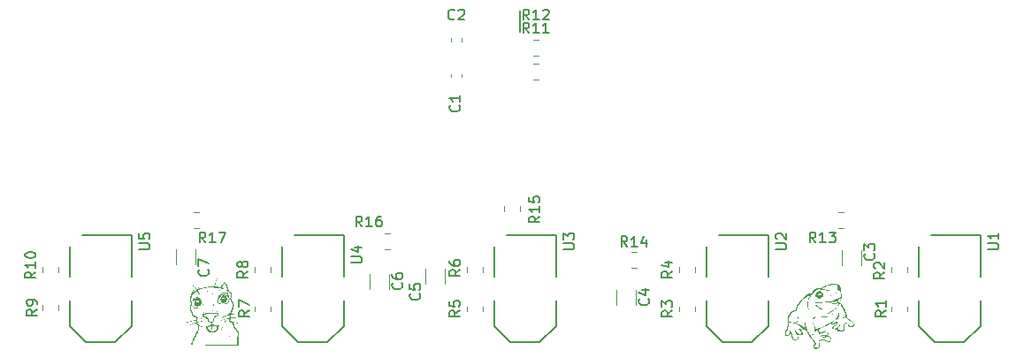
<source format=gbr>
%TF.GenerationSoftware,KiCad,Pcbnew,(7.0.0)*%
%TF.CreationDate,2023-09-21T17:36:51+12:00*%
%TF.ProjectId,SensorBoard,53656e73-6f72-4426-9f61-72642e6b6963,rev?*%
%TF.SameCoordinates,PX60e4b00PY48ab840*%
%TF.FileFunction,Legend,Top*%
%TF.FilePolarity,Positive*%
%FSLAX46Y46*%
G04 Gerber Fmt 4.6, Leading zero omitted, Abs format (unit mm)*
G04 Created by KiCad (PCBNEW (7.0.0)) date 2023-09-21 17:36:51*
%MOMM*%
%LPD*%
G01*
G04 APERTURE LIST*
%ADD10C,0.150000*%
%ADD11C,0.300000*%
%ADD12C,0.120000*%
%ADD13C,0.127000*%
G04 APERTURE END LIST*
D10*
X49022000Y34036000D02*
X49022000Y32004000D01*
D11*
%TO.C,*%
D10*
%TO.C,C7*%
X19140142Y9231334D02*
X19187761Y9183715D01*
X19187761Y9183715D02*
X19235380Y9040858D01*
X19235380Y9040858D02*
X19235380Y8945620D01*
X19235380Y8945620D02*
X19187761Y8802763D01*
X19187761Y8802763D02*
X19092523Y8707525D01*
X19092523Y8707525D02*
X18997285Y8659906D01*
X18997285Y8659906D02*
X18806809Y8612287D01*
X18806809Y8612287D02*
X18663952Y8612287D01*
X18663952Y8612287D02*
X18473476Y8659906D01*
X18473476Y8659906D02*
X18378238Y8707525D01*
X18378238Y8707525D02*
X18283000Y8802763D01*
X18283000Y8802763D02*
X18235380Y8945620D01*
X18235380Y8945620D02*
X18235380Y9040858D01*
X18235380Y9040858D02*
X18283000Y9183715D01*
X18283000Y9183715D02*
X18330619Y9231334D01*
X18235380Y9564668D02*
X18235380Y10231334D01*
X18235380Y10231334D02*
X19235380Y9802763D01*
%TO.C,R13*%
X77335142Y11824620D02*
X77001809Y12300810D01*
X76763714Y11824620D02*
X76763714Y12824620D01*
X76763714Y12824620D02*
X77144666Y12824620D01*
X77144666Y12824620D02*
X77239904Y12777000D01*
X77239904Y12777000D02*
X77287523Y12729381D01*
X77287523Y12729381D02*
X77335142Y12634143D01*
X77335142Y12634143D02*
X77335142Y12491286D01*
X77335142Y12491286D02*
X77287523Y12396048D01*
X77287523Y12396048D02*
X77239904Y12348429D01*
X77239904Y12348429D02*
X77144666Y12300810D01*
X77144666Y12300810D02*
X76763714Y12300810D01*
X78287523Y11824620D02*
X77716095Y11824620D01*
X78001809Y11824620D02*
X78001809Y12824620D01*
X78001809Y12824620D02*
X77906571Y12681762D01*
X77906571Y12681762D02*
X77811333Y12586524D01*
X77811333Y12586524D02*
X77716095Y12538905D01*
X78620857Y12824620D02*
X79239904Y12824620D01*
X79239904Y12824620D02*
X78906571Y12443667D01*
X78906571Y12443667D02*
X79049428Y12443667D01*
X79049428Y12443667D02*
X79144666Y12396048D01*
X79144666Y12396048D02*
X79192285Y12348429D01*
X79192285Y12348429D02*
X79239904Y12253191D01*
X79239904Y12253191D02*
X79239904Y12015096D01*
X79239904Y12015096D02*
X79192285Y11919858D01*
X79192285Y11919858D02*
X79144666Y11872239D01*
X79144666Y11872239D02*
X79049428Y11824620D01*
X79049428Y11824620D02*
X78763714Y11824620D01*
X78763714Y11824620D02*
X78668476Y11872239D01*
X78668476Y11872239D02*
X78620857Y11919858D01*
%TO.C,R7*%
X23101380Y5317834D02*
X22625190Y4984501D01*
X23101380Y4746406D02*
X22101380Y4746406D01*
X22101380Y4746406D02*
X22101380Y5127358D01*
X22101380Y5127358D02*
X22149000Y5222596D01*
X22149000Y5222596D02*
X22196619Y5270215D01*
X22196619Y5270215D02*
X22291857Y5317834D01*
X22291857Y5317834D02*
X22434714Y5317834D01*
X22434714Y5317834D02*
X22529952Y5270215D01*
X22529952Y5270215D02*
X22577571Y5222596D01*
X22577571Y5222596D02*
X22625190Y5127358D01*
X22625190Y5127358D02*
X22625190Y4746406D01*
X22101380Y5651168D02*
X22101380Y6317834D01*
X22101380Y6317834D02*
X23101380Y5889263D01*
%TO.C,R14*%
X59301142Y11442620D02*
X58967809Y11918810D01*
X58729714Y11442620D02*
X58729714Y12442620D01*
X58729714Y12442620D02*
X59110666Y12442620D01*
X59110666Y12442620D02*
X59205904Y12395000D01*
X59205904Y12395000D02*
X59253523Y12347381D01*
X59253523Y12347381D02*
X59301142Y12252143D01*
X59301142Y12252143D02*
X59301142Y12109286D01*
X59301142Y12109286D02*
X59253523Y12014048D01*
X59253523Y12014048D02*
X59205904Y11966429D01*
X59205904Y11966429D02*
X59110666Y11918810D01*
X59110666Y11918810D02*
X58729714Y11918810D01*
X60253523Y11442620D02*
X59682095Y11442620D01*
X59967809Y11442620D02*
X59967809Y12442620D01*
X59967809Y12442620D02*
X59872571Y12299762D01*
X59872571Y12299762D02*
X59777333Y12204524D01*
X59777333Y12204524D02*
X59682095Y12156905D01*
X61110666Y12109286D02*
X61110666Y11442620D01*
X60872571Y12490239D02*
X60634476Y11775953D01*
X60634476Y11775953D02*
X61253523Y11775953D01*
%TO.C,R8*%
X22973380Y9080834D02*
X22497190Y8747501D01*
X22973380Y8509406D02*
X21973380Y8509406D01*
X21973380Y8509406D02*
X21973380Y8890358D01*
X21973380Y8890358D02*
X22021000Y8985596D01*
X22021000Y8985596D02*
X22068619Y9033215D01*
X22068619Y9033215D02*
X22163857Y9080834D01*
X22163857Y9080834D02*
X22306714Y9080834D01*
X22306714Y9080834D02*
X22401952Y9033215D01*
X22401952Y9033215D02*
X22449571Y8985596D01*
X22449571Y8985596D02*
X22497190Y8890358D01*
X22497190Y8890358D02*
X22497190Y8509406D01*
X22401952Y9652263D02*
X22354333Y9557025D01*
X22354333Y9557025D02*
X22306714Y9509406D01*
X22306714Y9509406D02*
X22211476Y9461787D01*
X22211476Y9461787D02*
X22163857Y9461787D01*
X22163857Y9461787D02*
X22068619Y9509406D01*
X22068619Y9509406D02*
X22021000Y9557025D01*
X22021000Y9557025D02*
X21973380Y9652263D01*
X21973380Y9652263D02*
X21973380Y9842739D01*
X21973380Y9842739D02*
X22021000Y9937977D01*
X22021000Y9937977D02*
X22068619Y9985596D01*
X22068619Y9985596D02*
X22163857Y10033215D01*
X22163857Y10033215D02*
X22211476Y10033215D01*
X22211476Y10033215D02*
X22306714Y9985596D01*
X22306714Y9985596D02*
X22354333Y9937977D01*
X22354333Y9937977D02*
X22401952Y9842739D01*
X22401952Y9842739D02*
X22401952Y9652263D01*
X22401952Y9652263D02*
X22449571Y9557025D01*
X22449571Y9557025D02*
X22497190Y9509406D01*
X22497190Y9509406D02*
X22592428Y9461787D01*
X22592428Y9461787D02*
X22782904Y9461787D01*
X22782904Y9461787D02*
X22878142Y9509406D01*
X22878142Y9509406D02*
X22925761Y9557025D01*
X22925761Y9557025D02*
X22973380Y9652263D01*
X22973380Y9652263D02*
X22973380Y9842739D01*
X22973380Y9842739D02*
X22925761Y9937977D01*
X22925761Y9937977D02*
X22878142Y9985596D01*
X22878142Y9985596D02*
X22782904Y10033215D01*
X22782904Y10033215D02*
X22592428Y10033215D01*
X22592428Y10033215D02*
X22497190Y9985596D01*
X22497190Y9985596D02*
X22449571Y9937977D01*
X22449571Y9937977D02*
X22401952Y9842739D01*
%TO.C,U1*%
X93852771Y11172952D02*
X94665635Y11172952D01*
X94665635Y11172952D02*
X94761266Y11220768D01*
X94761266Y11220768D02*
X94809081Y11268583D01*
X94809081Y11268583D02*
X94856897Y11364214D01*
X94856897Y11364214D02*
X94856897Y11555476D01*
X94856897Y11555476D02*
X94809081Y11651107D01*
X94809081Y11651107D02*
X94761266Y11698923D01*
X94761266Y11698923D02*
X94665635Y11746738D01*
X94665635Y11746738D02*
X93852771Y11746738D01*
X94856897Y12750865D02*
X94856897Y12177079D01*
X94856897Y12463972D02*
X93852771Y12463972D01*
X93852771Y12463972D02*
X93996218Y12368341D01*
X93996218Y12368341D02*
X94091849Y12272710D01*
X94091849Y12272710D02*
X94139664Y12177079D01*
%TO.C,R3*%
X63613380Y5317834D02*
X63137190Y4984501D01*
X63613380Y4746406D02*
X62613380Y4746406D01*
X62613380Y4746406D02*
X62613380Y5127358D01*
X62613380Y5127358D02*
X62661000Y5222596D01*
X62661000Y5222596D02*
X62708619Y5270215D01*
X62708619Y5270215D02*
X62803857Y5317834D01*
X62803857Y5317834D02*
X62946714Y5317834D01*
X62946714Y5317834D02*
X63041952Y5270215D01*
X63041952Y5270215D02*
X63089571Y5222596D01*
X63089571Y5222596D02*
X63137190Y5127358D01*
X63137190Y5127358D02*
X63137190Y4746406D01*
X62613380Y5651168D02*
X62613380Y6270215D01*
X62613380Y6270215D02*
X62994333Y5936882D01*
X62994333Y5936882D02*
X62994333Y6079739D01*
X62994333Y6079739D02*
X63041952Y6174977D01*
X63041952Y6174977D02*
X63089571Y6222596D01*
X63089571Y6222596D02*
X63184809Y6270215D01*
X63184809Y6270215D02*
X63422904Y6270215D01*
X63422904Y6270215D02*
X63518142Y6222596D01*
X63518142Y6222596D02*
X63565761Y6174977D01*
X63565761Y6174977D02*
X63613380Y6079739D01*
X63613380Y6079739D02*
X63613380Y5794025D01*
X63613380Y5794025D02*
X63565761Y5698787D01*
X63565761Y5698787D02*
X63518142Y5651168D01*
%TO.C,R5*%
X43267980Y5317834D02*
X42791790Y4984501D01*
X43267980Y4746406D02*
X42267980Y4746406D01*
X42267980Y4746406D02*
X42267980Y5127358D01*
X42267980Y5127358D02*
X42315600Y5222596D01*
X42315600Y5222596D02*
X42363219Y5270215D01*
X42363219Y5270215D02*
X42458457Y5317834D01*
X42458457Y5317834D02*
X42601314Y5317834D01*
X42601314Y5317834D02*
X42696552Y5270215D01*
X42696552Y5270215D02*
X42744171Y5222596D01*
X42744171Y5222596D02*
X42791790Y5127358D01*
X42791790Y5127358D02*
X42791790Y4746406D01*
X42267980Y6222596D02*
X42267980Y5746406D01*
X42267980Y5746406D02*
X42744171Y5698787D01*
X42744171Y5698787D02*
X42696552Y5746406D01*
X42696552Y5746406D02*
X42648933Y5841644D01*
X42648933Y5841644D02*
X42648933Y6079739D01*
X42648933Y6079739D02*
X42696552Y6174977D01*
X42696552Y6174977D02*
X42744171Y6222596D01*
X42744171Y6222596D02*
X42839409Y6270215D01*
X42839409Y6270215D02*
X43077504Y6270215D01*
X43077504Y6270215D02*
X43172742Y6222596D01*
X43172742Y6222596D02*
X43220361Y6174977D01*
X43220361Y6174977D02*
X43267980Y6079739D01*
X43267980Y6079739D02*
X43267980Y5841644D01*
X43267980Y5841644D02*
X43220361Y5746406D01*
X43220361Y5746406D02*
X43172742Y5698787D01*
%TO.C,R12*%
X49903142Y33160620D02*
X49569809Y33636810D01*
X49331714Y33160620D02*
X49331714Y34160620D01*
X49331714Y34160620D02*
X49712666Y34160620D01*
X49712666Y34160620D02*
X49807904Y34113000D01*
X49807904Y34113000D02*
X49855523Y34065381D01*
X49855523Y34065381D02*
X49903142Y33970143D01*
X49903142Y33970143D02*
X49903142Y33827286D01*
X49903142Y33827286D02*
X49855523Y33732048D01*
X49855523Y33732048D02*
X49807904Y33684429D01*
X49807904Y33684429D02*
X49712666Y33636810D01*
X49712666Y33636810D02*
X49331714Y33636810D01*
X50855523Y33160620D02*
X50284095Y33160620D01*
X50569809Y33160620D02*
X50569809Y34160620D01*
X50569809Y34160620D02*
X50474571Y34017762D01*
X50474571Y34017762D02*
X50379333Y33922524D01*
X50379333Y33922524D02*
X50284095Y33874905D01*
X51236476Y34065381D02*
X51284095Y34113000D01*
X51284095Y34113000D02*
X51379333Y34160620D01*
X51379333Y34160620D02*
X51617428Y34160620D01*
X51617428Y34160620D02*
X51712666Y34113000D01*
X51712666Y34113000D02*
X51760285Y34065381D01*
X51760285Y34065381D02*
X51807904Y33970143D01*
X51807904Y33970143D02*
X51807904Y33874905D01*
X51807904Y33874905D02*
X51760285Y33732048D01*
X51760285Y33732048D02*
X51188857Y33160620D01*
X51188857Y33160620D02*
X51807904Y33160620D01*
%TO.C,R17*%
X18915142Y11824620D02*
X18581809Y12300810D01*
X18343714Y11824620D02*
X18343714Y12824620D01*
X18343714Y12824620D02*
X18724666Y12824620D01*
X18724666Y12824620D02*
X18819904Y12777000D01*
X18819904Y12777000D02*
X18867523Y12729381D01*
X18867523Y12729381D02*
X18915142Y12634143D01*
X18915142Y12634143D02*
X18915142Y12491286D01*
X18915142Y12491286D02*
X18867523Y12396048D01*
X18867523Y12396048D02*
X18819904Y12348429D01*
X18819904Y12348429D02*
X18724666Y12300810D01*
X18724666Y12300810D02*
X18343714Y12300810D01*
X19867523Y11824620D02*
X19296095Y11824620D01*
X19581809Y11824620D02*
X19581809Y12824620D01*
X19581809Y12824620D02*
X19486571Y12681762D01*
X19486571Y12681762D02*
X19391333Y12586524D01*
X19391333Y12586524D02*
X19296095Y12538905D01*
X20200857Y12824620D02*
X20867523Y12824620D01*
X20867523Y12824620D02*
X20438952Y11824620D01*
%TO.C,R2*%
X83933380Y8977334D02*
X83457190Y8644001D01*
X83933380Y8405906D02*
X82933380Y8405906D01*
X82933380Y8405906D02*
X82933380Y8786858D01*
X82933380Y8786858D02*
X82981000Y8882096D01*
X82981000Y8882096D02*
X83028619Y8929715D01*
X83028619Y8929715D02*
X83123857Y8977334D01*
X83123857Y8977334D02*
X83266714Y8977334D01*
X83266714Y8977334D02*
X83361952Y8929715D01*
X83361952Y8929715D02*
X83409571Y8882096D01*
X83409571Y8882096D02*
X83457190Y8786858D01*
X83457190Y8786858D02*
X83457190Y8405906D01*
X83028619Y9358287D02*
X82981000Y9405906D01*
X82981000Y9405906D02*
X82933380Y9501144D01*
X82933380Y9501144D02*
X82933380Y9739239D01*
X82933380Y9739239D02*
X82981000Y9834477D01*
X82981000Y9834477D02*
X83028619Y9882096D01*
X83028619Y9882096D02*
X83123857Y9929715D01*
X83123857Y9929715D02*
X83219095Y9929715D01*
X83219095Y9929715D02*
X83361952Y9882096D01*
X83361952Y9882096D02*
X83933380Y9310668D01*
X83933380Y9310668D02*
X83933380Y9929715D01*
%TO.C,C5*%
X39388142Y6945334D02*
X39435761Y6897715D01*
X39435761Y6897715D02*
X39483380Y6754858D01*
X39483380Y6754858D02*
X39483380Y6659620D01*
X39483380Y6659620D02*
X39435761Y6516763D01*
X39435761Y6516763D02*
X39340523Y6421525D01*
X39340523Y6421525D02*
X39245285Y6373906D01*
X39245285Y6373906D02*
X39054809Y6326287D01*
X39054809Y6326287D02*
X38911952Y6326287D01*
X38911952Y6326287D02*
X38721476Y6373906D01*
X38721476Y6373906D02*
X38626238Y6421525D01*
X38626238Y6421525D02*
X38531000Y6516763D01*
X38531000Y6516763D02*
X38483380Y6659620D01*
X38483380Y6659620D02*
X38483380Y6754858D01*
X38483380Y6754858D02*
X38531000Y6897715D01*
X38531000Y6897715D02*
X38578619Y6945334D01*
X38483380Y7850096D02*
X38483380Y7373906D01*
X38483380Y7373906D02*
X38959571Y7326287D01*
X38959571Y7326287D02*
X38911952Y7373906D01*
X38911952Y7373906D02*
X38864333Y7469144D01*
X38864333Y7469144D02*
X38864333Y7707239D01*
X38864333Y7707239D02*
X38911952Y7802477D01*
X38911952Y7802477D02*
X38959571Y7850096D01*
X38959571Y7850096D02*
X39054809Y7897715D01*
X39054809Y7897715D02*
X39292904Y7897715D01*
X39292904Y7897715D02*
X39388142Y7850096D01*
X39388142Y7850096D02*
X39435761Y7802477D01*
X39435761Y7802477D02*
X39483380Y7707239D01*
X39483380Y7707239D02*
X39483380Y7469144D01*
X39483380Y7469144D02*
X39435761Y7373906D01*
X39435761Y7373906D02*
X39388142Y7326287D01*
%TO.C,U5*%
X12572771Y11172952D02*
X13385635Y11172952D01*
X13385635Y11172952D02*
X13481266Y11220768D01*
X13481266Y11220768D02*
X13529081Y11268583D01*
X13529081Y11268583D02*
X13576897Y11364214D01*
X13576897Y11364214D02*
X13576897Y11555476D01*
X13576897Y11555476D02*
X13529081Y11651107D01*
X13529081Y11651107D02*
X13481266Y11698923D01*
X13481266Y11698923D02*
X13385635Y11746738D01*
X13385635Y11746738D02*
X12572771Y11746738D01*
X12572771Y12703049D02*
X12572771Y12224894D01*
X12572771Y12224894D02*
X13050926Y12177079D01*
X13050926Y12177079D02*
X13003111Y12224894D01*
X13003111Y12224894D02*
X12955295Y12320525D01*
X12955295Y12320525D02*
X12955295Y12559603D01*
X12955295Y12559603D02*
X13003111Y12655234D01*
X13003111Y12655234D02*
X13050926Y12703049D01*
X13050926Y12703049D02*
X13146557Y12750865D01*
X13146557Y12750865D02*
X13385635Y12750865D01*
X13385635Y12750865D02*
X13481266Y12703049D01*
X13481266Y12703049D02*
X13529081Y12655234D01*
X13529081Y12655234D02*
X13576897Y12559603D01*
X13576897Y12559603D02*
X13576897Y12320525D01*
X13576897Y12320525D02*
X13529081Y12224894D01*
X13529081Y12224894D02*
X13481266Y12177079D01*
%TO.C,C6*%
X37682142Y7961334D02*
X37729761Y7913715D01*
X37729761Y7913715D02*
X37777380Y7770858D01*
X37777380Y7770858D02*
X37777380Y7675620D01*
X37777380Y7675620D02*
X37729761Y7532763D01*
X37729761Y7532763D02*
X37634523Y7437525D01*
X37634523Y7437525D02*
X37539285Y7389906D01*
X37539285Y7389906D02*
X37348809Y7342287D01*
X37348809Y7342287D02*
X37205952Y7342287D01*
X37205952Y7342287D02*
X37015476Y7389906D01*
X37015476Y7389906D02*
X36920238Y7437525D01*
X36920238Y7437525D02*
X36825000Y7532763D01*
X36825000Y7532763D02*
X36777380Y7675620D01*
X36777380Y7675620D02*
X36777380Y7770858D01*
X36777380Y7770858D02*
X36825000Y7913715D01*
X36825000Y7913715D02*
X36872619Y7961334D01*
X36777380Y8818477D02*
X36777380Y8628001D01*
X36777380Y8628001D02*
X36825000Y8532763D01*
X36825000Y8532763D02*
X36872619Y8485144D01*
X36872619Y8485144D02*
X37015476Y8389906D01*
X37015476Y8389906D02*
X37205952Y8342287D01*
X37205952Y8342287D02*
X37586904Y8342287D01*
X37586904Y8342287D02*
X37682142Y8389906D01*
X37682142Y8389906D02*
X37729761Y8437525D01*
X37729761Y8437525D02*
X37777380Y8532763D01*
X37777380Y8532763D02*
X37777380Y8723239D01*
X37777380Y8723239D02*
X37729761Y8818477D01*
X37729761Y8818477D02*
X37682142Y8866096D01*
X37682142Y8866096D02*
X37586904Y8913715D01*
X37586904Y8913715D02*
X37348809Y8913715D01*
X37348809Y8913715D02*
X37253571Y8866096D01*
X37253571Y8866096D02*
X37205952Y8818477D01*
X37205952Y8818477D02*
X37158333Y8723239D01*
X37158333Y8723239D02*
X37158333Y8532763D01*
X37158333Y8532763D02*
X37205952Y8437525D01*
X37205952Y8437525D02*
X37253571Y8389906D01*
X37253571Y8389906D02*
X37348809Y8342287D01*
%TO.C,R1*%
X84061380Y5317834D02*
X83585190Y4984501D01*
X84061380Y4746406D02*
X83061380Y4746406D01*
X83061380Y4746406D02*
X83061380Y5127358D01*
X83061380Y5127358D02*
X83109000Y5222596D01*
X83109000Y5222596D02*
X83156619Y5270215D01*
X83156619Y5270215D02*
X83251857Y5317834D01*
X83251857Y5317834D02*
X83394714Y5317834D01*
X83394714Y5317834D02*
X83489952Y5270215D01*
X83489952Y5270215D02*
X83537571Y5222596D01*
X83537571Y5222596D02*
X83585190Y5127358D01*
X83585190Y5127358D02*
X83585190Y4746406D01*
X84061380Y6270215D02*
X84061380Y5698787D01*
X84061380Y5984501D02*
X83061380Y5984501D01*
X83061380Y5984501D02*
X83204238Y5889263D01*
X83204238Y5889263D02*
X83299476Y5794025D01*
X83299476Y5794025D02*
X83347095Y5698787D01*
%TO.C,U4*%
X32892771Y9902952D02*
X33705635Y9902952D01*
X33705635Y9902952D02*
X33801266Y9950768D01*
X33801266Y9950768D02*
X33849081Y9998583D01*
X33849081Y9998583D02*
X33896897Y10094214D01*
X33896897Y10094214D02*
X33896897Y10285476D01*
X33896897Y10285476D02*
X33849081Y10381107D01*
X33849081Y10381107D02*
X33801266Y10428923D01*
X33801266Y10428923D02*
X33705635Y10476738D01*
X33705635Y10476738D02*
X32892771Y10476738D01*
X33227480Y11385234D02*
X33896897Y11385234D01*
X32844955Y11146156D02*
X33562188Y10907079D01*
X33562188Y10907079D02*
X33562188Y11528680D01*
%TO.C,U2*%
X73532771Y11172952D02*
X74345635Y11172952D01*
X74345635Y11172952D02*
X74441266Y11220768D01*
X74441266Y11220768D02*
X74489081Y11268583D01*
X74489081Y11268583D02*
X74536897Y11364214D01*
X74536897Y11364214D02*
X74536897Y11555476D01*
X74536897Y11555476D02*
X74489081Y11651107D01*
X74489081Y11651107D02*
X74441266Y11698923D01*
X74441266Y11698923D02*
X74345635Y11746738D01*
X74345635Y11746738D02*
X73532771Y11746738D01*
X73628402Y12177079D02*
X73580587Y12224894D01*
X73580587Y12224894D02*
X73532771Y12320525D01*
X73532771Y12320525D02*
X73532771Y12559603D01*
X73532771Y12559603D02*
X73580587Y12655234D01*
X73580587Y12655234D02*
X73628402Y12703049D01*
X73628402Y12703049D02*
X73724033Y12750865D01*
X73724033Y12750865D02*
X73819664Y12750865D01*
X73819664Y12750865D02*
X73963111Y12703049D01*
X73963111Y12703049D02*
X74536897Y12129263D01*
X74536897Y12129263D02*
X74536897Y12750865D01*
%TO.C,R16*%
X33901142Y13348620D02*
X33567809Y13824810D01*
X33329714Y13348620D02*
X33329714Y14348620D01*
X33329714Y14348620D02*
X33710666Y14348620D01*
X33710666Y14348620D02*
X33805904Y14301000D01*
X33805904Y14301000D02*
X33853523Y14253381D01*
X33853523Y14253381D02*
X33901142Y14158143D01*
X33901142Y14158143D02*
X33901142Y14015286D01*
X33901142Y14015286D02*
X33853523Y13920048D01*
X33853523Y13920048D02*
X33805904Y13872429D01*
X33805904Y13872429D02*
X33710666Y13824810D01*
X33710666Y13824810D02*
X33329714Y13824810D01*
X34853523Y13348620D02*
X34282095Y13348620D01*
X34567809Y13348620D02*
X34567809Y14348620D01*
X34567809Y14348620D02*
X34472571Y14205762D01*
X34472571Y14205762D02*
X34377333Y14110524D01*
X34377333Y14110524D02*
X34282095Y14062905D01*
X35710666Y14348620D02*
X35520190Y14348620D01*
X35520190Y14348620D02*
X35424952Y14301000D01*
X35424952Y14301000D02*
X35377333Y14253381D01*
X35377333Y14253381D02*
X35282095Y14110524D01*
X35282095Y14110524D02*
X35234476Y13920048D01*
X35234476Y13920048D02*
X35234476Y13539096D01*
X35234476Y13539096D02*
X35282095Y13443858D01*
X35282095Y13443858D02*
X35329714Y13396239D01*
X35329714Y13396239D02*
X35424952Y13348620D01*
X35424952Y13348620D02*
X35615428Y13348620D01*
X35615428Y13348620D02*
X35710666Y13396239D01*
X35710666Y13396239D02*
X35758285Y13443858D01*
X35758285Y13443858D02*
X35805904Y13539096D01*
X35805904Y13539096D02*
X35805904Y13777191D01*
X35805904Y13777191D02*
X35758285Y13872429D01*
X35758285Y13872429D02*
X35710666Y13920048D01*
X35710666Y13920048D02*
X35615428Y13967667D01*
X35615428Y13967667D02*
X35424952Y13967667D01*
X35424952Y13967667D02*
X35329714Y13920048D01*
X35329714Y13920048D02*
X35282095Y13872429D01*
X35282095Y13872429D02*
X35234476Y13777191D01*
%TO.C,C4*%
X61304142Y6437334D02*
X61351761Y6389715D01*
X61351761Y6389715D02*
X61399380Y6246858D01*
X61399380Y6246858D02*
X61399380Y6151620D01*
X61399380Y6151620D02*
X61351761Y6008763D01*
X61351761Y6008763D02*
X61256523Y5913525D01*
X61256523Y5913525D02*
X61161285Y5865906D01*
X61161285Y5865906D02*
X60970809Y5818287D01*
X60970809Y5818287D02*
X60827952Y5818287D01*
X60827952Y5818287D02*
X60637476Y5865906D01*
X60637476Y5865906D02*
X60542238Y5913525D01*
X60542238Y5913525D02*
X60447000Y6008763D01*
X60447000Y6008763D02*
X60399380Y6151620D01*
X60399380Y6151620D02*
X60399380Y6246858D01*
X60399380Y6246858D02*
X60447000Y6389715D01*
X60447000Y6389715D02*
X60494619Y6437334D01*
X60732714Y7294477D02*
X61399380Y7294477D01*
X60351761Y7056382D02*
X61066047Y6818287D01*
X61066047Y6818287D02*
X61066047Y7437334D01*
%TO.C,R11*%
X49903142Y31890620D02*
X49569809Y32366810D01*
X49331714Y31890620D02*
X49331714Y32890620D01*
X49331714Y32890620D02*
X49712666Y32890620D01*
X49712666Y32890620D02*
X49807904Y32843000D01*
X49807904Y32843000D02*
X49855523Y32795381D01*
X49855523Y32795381D02*
X49903142Y32700143D01*
X49903142Y32700143D02*
X49903142Y32557286D01*
X49903142Y32557286D02*
X49855523Y32462048D01*
X49855523Y32462048D02*
X49807904Y32414429D01*
X49807904Y32414429D02*
X49712666Y32366810D01*
X49712666Y32366810D02*
X49331714Y32366810D01*
X50855523Y31890620D02*
X50284095Y31890620D01*
X50569809Y31890620D02*
X50569809Y32890620D01*
X50569809Y32890620D02*
X50474571Y32747762D01*
X50474571Y32747762D02*
X50379333Y32652524D01*
X50379333Y32652524D02*
X50284095Y32604905D01*
X51807904Y31890620D02*
X51236476Y31890620D01*
X51522190Y31890620D02*
X51522190Y32890620D01*
X51522190Y32890620D02*
X51426952Y32747762D01*
X51426952Y32747762D02*
X51331714Y32652524D01*
X51331714Y32652524D02*
X51236476Y32604905D01*
%TO.C,R15*%
X50913380Y14343143D02*
X50437190Y14009810D01*
X50913380Y13771715D02*
X49913380Y13771715D01*
X49913380Y13771715D02*
X49913380Y14152667D01*
X49913380Y14152667D02*
X49961000Y14247905D01*
X49961000Y14247905D02*
X50008619Y14295524D01*
X50008619Y14295524D02*
X50103857Y14343143D01*
X50103857Y14343143D02*
X50246714Y14343143D01*
X50246714Y14343143D02*
X50341952Y14295524D01*
X50341952Y14295524D02*
X50389571Y14247905D01*
X50389571Y14247905D02*
X50437190Y14152667D01*
X50437190Y14152667D02*
X50437190Y13771715D01*
X50913380Y15295524D02*
X50913380Y14724096D01*
X50913380Y15009810D02*
X49913380Y15009810D01*
X49913380Y15009810D02*
X50056238Y14914572D01*
X50056238Y14914572D02*
X50151476Y14819334D01*
X50151476Y14819334D02*
X50199095Y14724096D01*
X49913380Y16200286D02*
X49913380Y15724096D01*
X49913380Y15724096D02*
X50389571Y15676477D01*
X50389571Y15676477D02*
X50341952Y15724096D01*
X50341952Y15724096D02*
X50294333Y15819334D01*
X50294333Y15819334D02*
X50294333Y16057429D01*
X50294333Y16057429D02*
X50341952Y16152667D01*
X50341952Y16152667D02*
X50389571Y16200286D01*
X50389571Y16200286D02*
X50484809Y16247905D01*
X50484809Y16247905D02*
X50722904Y16247905D01*
X50722904Y16247905D02*
X50818142Y16200286D01*
X50818142Y16200286D02*
X50865761Y16152667D01*
X50865761Y16152667D02*
X50913380Y16057429D01*
X50913380Y16057429D02*
X50913380Y15819334D01*
X50913380Y15819334D02*
X50865761Y15724096D01*
X50865761Y15724096D02*
X50818142Y15676477D01*
%TO.C,C3*%
X82894142Y10755334D02*
X82941761Y10707715D01*
X82941761Y10707715D02*
X82989380Y10564858D01*
X82989380Y10564858D02*
X82989380Y10469620D01*
X82989380Y10469620D02*
X82941761Y10326763D01*
X82941761Y10326763D02*
X82846523Y10231525D01*
X82846523Y10231525D02*
X82751285Y10183906D01*
X82751285Y10183906D02*
X82560809Y10136287D01*
X82560809Y10136287D02*
X82417952Y10136287D01*
X82417952Y10136287D02*
X82227476Y10183906D01*
X82227476Y10183906D02*
X82132238Y10231525D01*
X82132238Y10231525D02*
X82037000Y10326763D01*
X82037000Y10326763D02*
X81989380Y10469620D01*
X81989380Y10469620D02*
X81989380Y10564858D01*
X81989380Y10564858D02*
X82037000Y10707715D01*
X82037000Y10707715D02*
X82084619Y10755334D01*
X81989380Y11088668D02*
X81989380Y11707715D01*
X81989380Y11707715D02*
X82370333Y11374382D01*
X82370333Y11374382D02*
X82370333Y11517239D01*
X82370333Y11517239D02*
X82417952Y11612477D01*
X82417952Y11612477D02*
X82465571Y11660096D01*
X82465571Y11660096D02*
X82560809Y11707715D01*
X82560809Y11707715D02*
X82798904Y11707715D01*
X82798904Y11707715D02*
X82894142Y11660096D01*
X82894142Y11660096D02*
X82941761Y11612477D01*
X82941761Y11612477D02*
X82989380Y11517239D01*
X82989380Y11517239D02*
X82989380Y11231525D01*
X82989380Y11231525D02*
X82941761Y11136287D01*
X82941761Y11136287D02*
X82894142Y11088668D01*
%TO.C,R9*%
X2781380Y5421334D02*
X2305190Y5088001D01*
X2781380Y4849906D02*
X1781380Y4849906D01*
X1781380Y4849906D02*
X1781380Y5230858D01*
X1781380Y5230858D02*
X1829000Y5326096D01*
X1829000Y5326096D02*
X1876619Y5373715D01*
X1876619Y5373715D02*
X1971857Y5421334D01*
X1971857Y5421334D02*
X2114714Y5421334D01*
X2114714Y5421334D02*
X2209952Y5373715D01*
X2209952Y5373715D02*
X2257571Y5326096D01*
X2257571Y5326096D02*
X2305190Y5230858D01*
X2305190Y5230858D02*
X2305190Y4849906D01*
X2781380Y5897525D02*
X2781380Y6088001D01*
X2781380Y6088001D02*
X2733761Y6183239D01*
X2733761Y6183239D02*
X2686142Y6230858D01*
X2686142Y6230858D02*
X2543285Y6326096D01*
X2543285Y6326096D02*
X2352809Y6373715D01*
X2352809Y6373715D02*
X1971857Y6373715D01*
X1971857Y6373715D02*
X1876619Y6326096D01*
X1876619Y6326096D02*
X1829000Y6278477D01*
X1829000Y6278477D02*
X1781380Y6183239D01*
X1781380Y6183239D02*
X1781380Y5992763D01*
X1781380Y5992763D02*
X1829000Y5897525D01*
X1829000Y5897525D02*
X1876619Y5849906D01*
X1876619Y5849906D02*
X1971857Y5802287D01*
X1971857Y5802287D02*
X2209952Y5802287D01*
X2209952Y5802287D02*
X2305190Y5849906D01*
X2305190Y5849906D02*
X2352809Y5897525D01*
X2352809Y5897525D02*
X2400428Y5992763D01*
X2400428Y5992763D02*
X2400428Y6183239D01*
X2400428Y6183239D02*
X2352809Y6278477D01*
X2352809Y6278477D02*
X2305190Y6326096D01*
X2305190Y6326096D02*
X2209952Y6373715D01*
%TO.C,C1*%
X43198142Y24979334D02*
X43245761Y24931715D01*
X43245761Y24931715D02*
X43293380Y24788858D01*
X43293380Y24788858D02*
X43293380Y24693620D01*
X43293380Y24693620D02*
X43245761Y24550763D01*
X43245761Y24550763D02*
X43150523Y24455525D01*
X43150523Y24455525D02*
X43055285Y24407906D01*
X43055285Y24407906D02*
X42864809Y24360287D01*
X42864809Y24360287D02*
X42721952Y24360287D01*
X42721952Y24360287D02*
X42531476Y24407906D01*
X42531476Y24407906D02*
X42436238Y24455525D01*
X42436238Y24455525D02*
X42341000Y24550763D01*
X42341000Y24550763D02*
X42293380Y24693620D01*
X42293380Y24693620D02*
X42293380Y24788858D01*
X42293380Y24788858D02*
X42341000Y24931715D01*
X42341000Y24931715D02*
X42388619Y24979334D01*
X43293380Y25931715D02*
X43293380Y25360287D01*
X43293380Y25646001D02*
X42293380Y25646001D01*
X42293380Y25646001D02*
X42436238Y25550763D01*
X42436238Y25550763D02*
X42531476Y25455525D01*
X42531476Y25455525D02*
X42579095Y25360287D01*
%TO.C,U3*%
X53212771Y11172952D02*
X54025635Y11172952D01*
X54025635Y11172952D02*
X54121266Y11220768D01*
X54121266Y11220768D02*
X54169081Y11268583D01*
X54169081Y11268583D02*
X54216897Y11364214D01*
X54216897Y11364214D02*
X54216897Y11555476D01*
X54216897Y11555476D02*
X54169081Y11651107D01*
X54169081Y11651107D02*
X54121266Y11698923D01*
X54121266Y11698923D02*
X54025635Y11746738D01*
X54025635Y11746738D02*
X53212771Y11746738D01*
X53212771Y12129263D02*
X53212771Y12750865D01*
X53212771Y12750865D02*
X53595295Y12416156D01*
X53595295Y12416156D02*
X53595295Y12559603D01*
X53595295Y12559603D02*
X53643111Y12655234D01*
X53643111Y12655234D02*
X53690926Y12703049D01*
X53690926Y12703049D02*
X53786557Y12750865D01*
X53786557Y12750865D02*
X54025635Y12750865D01*
X54025635Y12750865D02*
X54121266Y12703049D01*
X54121266Y12703049D02*
X54169081Y12655234D01*
X54169081Y12655234D02*
X54216897Y12559603D01*
X54216897Y12559603D02*
X54216897Y12272710D01*
X54216897Y12272710D02*
X54169081Y12177079D01*
X54169081Y12177079D02*
X54121266Y12129263D01*
%TO.C,C2*%
X42759333Y33255858D02*
X42711714Y33208239D01*
X42711714Y33208239D02*
X42568857Y33160620D01*
X42568857Y33160620D02*
X42473619Y33160620D01*
X42473619Y33160620D02*
X42330762Y33208239D01*
X42330762Y33208239D02*
X42235524Y33303477D01*
X42235524Y33303477D02*
X42187905Y33398715D01*
X42187905Y33398715D02*
X42140286Y33589191D01*
X42140286Y33589191D02*
X42140286Y33732048D01*
X42140286Y33732048D02*
X42187905Y33922524D01*
X42187905Y33922524D02*
X42235524Y34017762D01*
X42235524Y34017762D02*
X42330762Y34113000D01*
X42330762Y34113000D02*
X42473619Y34160620D01*
X42473619Y34160620D02*
X42568857Y34160620D01*
X42568857Y34160620D02*
X42711714Y34113000D01*
X42711714Y34113000D02*
X42759333Y34065381D01*
X43140286Y34065381D02*
X43187905Y34113000D01*
X43187905Y34113000D02*
X43283143Y34160620D01*
X43283143Y34160620D02*
X43521238Y34160620D01*
X43521238Y34160620D02*
X43616476Y34113000D01*
X43616476Y34113000D02*
X43664095Y34065381D01*
X43664095Y34065381D02*
X43711714Y33970143D01*
X43711714Y33970143D02*
X43711714Y33874905D01*
X43711714Y33874905D02*
X43664095Y33732048D01*
X43664095Y33732048D02*
X43092667Y33160620D01*
X43092667Y33160620D02*
X43711714Y33160620D01*
%TO.C,R4*%
X63613380Y9080834D02*
X63137190Y8747501D01*
X63613380Y8509406D02*
X62613380Y8509406D01*
X62613380Y8509406D02*
X62613380Y8890358D01*
X62613380Y8890358D02*
X62661000Y8985596D01*
X62661000Y8985596D02*
X62708619Y9033215D01*
X62708619Y9033215D02*
X62803857Y9080834D01*
X62803857Y9080834D02*
X62946714Y9080834D01*
X62946714Y9080834D02*
X63041952Y9033215D01*
X63041952Y9033215D02*
X63089571Y8985596D01*
X63089571Y8985596D02*
X63137190Y8890358D01*
X63137190Y8890358D02*
X63137190Y8509406D01*
X62946714Y9937977D02*
X63613380Y9937977D01*
X62565761Y9699882D02*
X63280047Y9461787D01*
X63280047Y9461787D02*
X63280047Y10080834D01*
%TO.C,R6*%
X43293380Y9231334D02*
X42817190Y8898001D01*
X43293380Y8659906D02*
X42293380Y8659906D01*
X42293380Y8659906D02*
X42293380Y9040858D01*
X42293380Y9040858D02*
X42341000Y9136096D01*
X42341000Y9136096D02*
X42388619Y9183715D01*
X42388619Y9183715D02*
X42483857Y9231334D01*
X42483857Y9231334D02*
X42626714Y9231334D01*
X42626714Y9231334D02*
X42721952Y9183715D01*
X42721952Y9183715D02*
X42769571Y9136096D01*
X42769571Y9136096D02*
X42817190Y9040858D01*
X42817190Y9040858D02*
X42817190Y8659906D01*
X42293380Y10088477D02*
X42293380Y9898001D01*
X42293380Y9898001D02*
X42341000Y9802763D01*
X42341000Y9802763D02*
X42388619Y9755144D01*
X42388619Y9755144D02*
X42531476Y9659906D01*
X42531476Y9659906D02*
X42721952Y9612287D01*
X42721952Y9612287D02*
X43102904Y9612287D01*
X43102904Y9612287D02*
X43198142Y9659906D01*
X43198142Y9659906D02*
X43245761Y9707525D01*
X43245761Y9707525D02*
X43293380Y9802763D01*
X43293380Y9802763D02*
X43293380Y9993239D01*
X43293380Y9993239D02*
X43245761Y10088477D01*
X43245761Y10088477D02*
X43198142Y10136096D01*
X43198142Y10136096D02*
X43102904Y10183715D01*
X43102904Y10183715D02*
X42864809Y10183715D01*
X42864809Y10183715D02*
X42769571Y10136096D01*
X42769571Y10136096D02*
X42721952Y10088477D01*
X42721952Y10088477D02*
X42674333Y9993239D01*
X42674333Y9993239D02*
X42674333Y9802763D01*
X42674333Y9802763D02*
X42721952Y9707525D01*
X42721952Y9707525D02*
X42769571Y9659906D01*
X42769571Y9659906D02*
X42864809Y9612287D01*
%TO.C,R10*%
X2653380Y9009143D02*
X2177190Y8675810D01*
X2653380Y8437715D02*
X1653380Y8437715D01*
X1653380Y8437715D02*
X1653380Y8818667D01*
X1653380Y8818667D02*
X1701000Y8913905D01*
X1701000Y8913905D02*
X1748619Y8961524D01*
X1748619Y8961524D02*
X1843857Y9009143D01*
X1843857Y9009143D02*
X1986714Y9009143D01*
X1986714Y9009143D02*
X2081952Y8961524D01*
X2081952Y8961524D02*
X2129571Y8913905D01*
X2129571Y8913905D02*
X2177190Y8818667D01*
X2177190Y8818667D02*
X2177190Y8437715D01*
X2653380Y9961524D02*
X2653380Y9390096D01*
X2653380Y9675810D02*
X1653380Y9675810D01*
X1653380Y9675810D02*
X1796238Y9580572D01*
X1796238Y9580572D02*
X1891476Y9485334D01*
X1891476Y9485334D02*
X1939095Y9390096D01*
X1653380Y10580572D02*
X1653380Y10675810D01*
X1653380Y10675810D02*
X1701000Y10771048D01*
X1701000Y10771048D02*
X1748619Y10818667D01*
X1748619Y10818667D02*
X1843857Y10866286D01*
X1843857Y10866286D02*
X2034333Y10913905D01*
X2034333Y10913905D02*
X2272428Y10913905D01*
X2272428Y10913905D02*
X2462904Y10866286D01*
X2462904Y10866286D02*
X2558142Y10818667D01*
X2558142Y10818667D02*
X2605761Y10771048D01*
X2605761Y10771048D02*
X2653380Y10675810D01*
X2653380Y10675810D02*
X2653380Y10580572D01*
X2653380Y10580572D02*
X2605761Y10485334D01*
X2605761Y10485334D02*
X2558142Y10437715D01*
X2558142Y10437715D02*
X2462904Y10390096D01*
X2462904Y10390096D02*
X2272428Y10342477D01*
X2272428Y10342477D02*
X2034333Y10342477D01*
X2034333Y10342477D02*
X1843857Y10390096D01*
X1843857Y10390096D02*
X1748619Y10437715D01*
X1748619Y10437715D02*
X1701000Y10485334D01*
X1701000Y10485334D02*
X1653380Y10580572D01*
D11*
%TO.C,*%
G36*
X17595240Y6990684D02*
G01*
X17657160Y6990684D01*
X17672680Y6990923D01*
X17706145Y7011731D01*
X17759910Y7050901D01*
X17773963Y7061226D01*
X17827619Y7101349D01*
X17870692Y7135054D01*
X17898016Y7158203D01*
X17905072Y7166206D01*
X17892133Y7175588D01*
X17857856Y7190728D01*
X17816526Y7205933D01*
X17727390Y7236369D01*
X17694706Y7135436D01*
X17670529Y7060735D01*
X17657229Y7013219D01*
X17657160Y6990684D01*
X17595240Y6990684D01*
X17604459Y7010409D01*
X17635579Y7085627D01*
X17658979Y7151186D01*
X17662693Y7163512D01*
X17678725Y7215364D01*
X17693215Y7255157D01*
X17702648Y7273694D01*
X17723647Y7277798D01*
X17761742Y7273705D01*
X17775616Y7270728D01*
X17859712Y7251186D01*
X17920615Y7239317D01*
X17964610Y7234578D01*
X17997984Y7236425D01*
X18027021Y7244315D01*
X18036713Y7248148D01*
X18070846Y7265036D01*
X18088574Y7278936D01*
X18089277Y7281005D01*
X18079631Y7301534D01*
X18053081Y7340335D01*
X18013212Y7392945D01*
X17963608Y7454903D01*
X17907854Y7521749D01*
X17849533Y7589021D01*
X17792229Y7652257D01*
X17783649Y7661432D01*
X17716265Y7734616D01*
X17670937Y7786998D01*
X17647266Y7818567D01*
X17644850Y7829308D01*
X17663290Y7819211D01*
X17702184Y7788261D01*
X17761132Y7736446D01*
X17839733Y7663754D01*
X17840306Y7663215D01*
X17885071Y7619772D01*
X17925322Y7577178D01*
X17966040Y7529492D01*
X18012200Y7470778D01*
X18068782Y7395098D01*
X18094711Y7359753D01*
X18136588Y7302472D01*
X18212390Y7340884D01*
X18265661Y7375164D01*
X18288383Y7408567D01*
X18280596Y7441161D01*
X18274632Y7448401D01*
X18263098Y7466596D01*
X18240961Y7506232D01*
X18210976Y7561975D01*
X18175899Y7628487D01*
X18138485Y7700435D01*
X18101490Y7772483D01*
X18067670Y7839295D01*
X18039781Y7895537D01*
X18020577Y7935872D01*
X18012815Y7954966D01*
X18012771Y7955409D01*
X18019467Y7955583D01*
X18038718Y7930546D01*
X18069268Y7882395D01*
X18109862Y7813229D01*
X18159244Y7725145D01*
X18216160Y7620240D01*
X18238816Y7577696D01*
X18276945Y7505575D01*
X18305535Y7456926D01*
X18330728Y7428941D01*
X18358661Y7418811D01*
X18395475Y7423727D01*
X18447311Y7440880D01*
X18497596Y7459310D01*
X18596615Y7493070D01*
X18693866Y7521161D01*
X18795289Y7544738D01*
X18906823Y7564956D01*
X19034409Y7582969D01*
X19183986Y7599933D01*
X19259819Y7607509D01*
X19394828Y7620622D01*
X19502604Y7631321D01*
X19586379Y7640074D01*
X19649386Y7647347D01*
X19694858Y7653607D01*
X19726029Y7659321D01*
X19746131Y7664956D01*
X19758398Y7670978D01*
X19766061Y7677855D01*
X19768584Y7680979D01*
X19784631Y7711474D01*
X19787711Y7726811D01*
X19792469Y7758126D01*
X19805314Y7811120D01*
X19824099Y7878630D01*
X19846680Y7953492D01*
X19870911Y8028543D01*
X19894647Y8096622D01*
X19911843Y8141264D01*
X19940559Y8207961D01*
X19969019Y8268656D01*
X19995216Y8319922D01*
X20017146Y8358330D01*
X20032801Y8380454D01*
X20040177Y8382864D01*
X20037266Y8362134D01*
X20033629Y8349375D01*
X20012332Y8283332D01*
X19992208Y8227718D01*
X19976185Y8190403D01*
X19971392Y8182094D01*
X19957713Y8154192D01*
X19938285Y8103658D01*
X19915304Y8037412D01*
X19890964Y7962376D01*
X19867461Y7885470D01*
X19846988Y7813615D01*
X19831742Y7753733D01*
X19825009Y7720532D01*
X19815101Y7658571D01*
X19896708Y7647746D01*
X19952310Y7643465D01*
X19980329Y7649220D01*
X19984016Y7654023D01*
X19995424Y7659730D01*
X20007298Y7648200D01*
X20035372Y7626917D01*
X20063522Y7615990D01*
X20087989Y7613721D01*
X20106481Y7625239D01*
X20126074Y7656546D01*
X20136903Y7678208D01*
X20161426Y7723642D01*
X20175856Y7740865D01*
X20178544Y7730448D01*
X20167839Y7692963D01*
X20159393Y7670406D01*
X20144471Y7629627D01*
X20141738Y7606902D01*
X20151555Y7592058D01*
X20162482Y7583534D01*
X20194377Y7571125D01*
X20242682Y7563522D01*
X20269240Y7562395D01*
X20307833Y7563509D01*
X20336942Y7569750D01*
X20364370Y7585471D01*
X20397923Y7615021D01*
X20440777Y7658028D01*
X20532882Y7768334D01*
X20598791Y7886364D01*
X20630453Y7973295D01*
X20646788Y8015244D01*
X20664667Y8043072D01*
X20671252Y8047929D01*
X20704311Y8046936D01*
X20750731Y8028834D01*
X20802192Y7998111D01*
X20850375Y7959257D01*
X20866984Y7942315D01*
X20897182Y7906430D01*
X20916382Y7878886D01*
X20920000Y7869913D01*
X20927978Y7850840D01*
X20948726Y7815039D01*
X20972993Y7777446D01*
X21003548Y7724790D01*
X21026500Y7671991D01*
X21034660Y7642023D01*
X21057374Y7511784D01*
X21082779Y7407324D01*
X21113231Y7323820D01*
X21151085Y7256451D01*
X21198698Y7200394D01*
X21258426Y7150828D01*
X21282868Y7133961D01*
X21353237Y7081350D01*
X21404383Y7027172D01*
X21437192Y6967195D01*
X21452548Y6897183D01*
X21451335Y6812903D01*
X21434437Y6710120D01*
X21402739Y6584600D01*
X21399787Y6574139D01*
X21389429Y6538843D01*
X21382884Y6512073D01*
X21381697Y6488349D01*
X21387409Y6462193D01*
X21401565Y6428125D01*
X21425708Y6380666D01*
X21461381Y6314337D01*
X21485605Y6269443D01*
X21513756Y6217096D01*
X21540134Y6168014D01*
X21551401Y6147034D01*
X21580850Y6080330D01*
X21607714Y5998817D01*
X21628628Y5914833D01*
X21640231Y5840716D01*
X21641515Y5816350D01*
X21637077Y5757375D01*
X21625181Y5700700D01*
X21618752Y5682308D01*
X21595305Y5621274D01*
X21564839Y5533227D01*
X21528218Y5420724D01*
X21499268Y5328419D01*
X21478608Y5262165D01*
X21453907Y5183647D01*
X21430475Y5109740D01*
X21430239Y5108996D01*
X21413666Y5052677D01*
X21403121Y5008078D01*
X21400274Y4982644D01*
X21401242Y4979788D01*
X21419899Y4977878D01*
X21459408Y4982047D01*
X21505695Y4990312D01*
X21557519Y4998156D01*
X21630702Y5005385D01*
X21716001Y5011251D01*
X21804172Y5015008D01*
X21815120Y5015297D01*
X21889276Y5016900D01*
X21940238Y5017258D01*
X21966985Y5015940D01*
X21968491Y5012510D01*
X21943735Y5006537D01*
X21891691Y4997587D01*
X21811337Y4985226D01*
X21708012Y4969954D01*
X21601344Y4954084D01*
X21520912Y4941414D01*
X21462622Y4931073D01*
X21422377Y4922192D01*
X21396085Y4913899D01*
X21379650Y4905325D01*
X21371568Y4898433D01*
X21359209Y4869800D01*
X21350252Y4815539D01*
X21346043Y4755102D01*
X21341276Y4633171D01*
X21534393Y4637842D01*
X21627319Y4638235D01*
X21727281Y4635639D01*
X21820632Y4630551D01*
X21878423Y4625359D01*
X21952640Y4615791D01*
X22028887Y4604046D01*
X22101529Y4591235D01*
X22164934Y4578474D01*
X22213466Y4566874D01*
X22241492Y4557551D01*
X22245716Y4552769D01*
X22229135Y4551851D01*
X22186641Y4553122D01*
X22122823Y4556341D01*
X22042273Y4561267D01*
X21949583Y4567660D01*
X21919948Y4569839D01*
X21747656Y4580721D01*
X21603623Y4585475D01*
X21486123Y4584104D01*
X21393433Y4576608D01*
X21354402Y4570278D01*
X21334320Y4560082D01*
X21319318Y4534479D01*
X21305856Y4486729D01*
X21302529Y4471547D01*
X21292486Y4419157D01*
X21290622Y4386942D01*
X21297545Y4365424D01*
X21310408Y4348891D01*
X21339190Y4325921D01*
X21360837Y4318540D01*
X21387457Y4309873D01*
X21423766Y4288491D01*
X21431146Y4283174D01*
X21494764Y4244241D01*
X21566811Y4219064D01*
X21654458Y4204189D01*
X21715933Y4195459D01*
X21776231Y4184272D01*
X21799819Y4178826D01*
X21855249Y4164692D01*
X21909383Y4151042D01*
X21914578Y4149744D01*
X21990031Y4129729D01*
X22061401Y4108678D01*
X22124312Y4088177D01*
X22174385Y4069808D01*
X22207242Y4055158D01*
X22218507Y4045809D01*
X22208919Y4043212D01*
X22179512Y4049818D01*
X22163015Y4056929D01*
X22133975Y4066829D01*
X22086373Y4078133D01*
X22044639Y4085955D01*
X21979059Y4098056D01*
X21902659Y4113917D01*
X21845723Y4126871D01*
X21764768Y4144855D01*
X21695985Y4157364D01*
X21644174Y4163740D01*
X21614137Y4163327D01*
X21608554Y4159329D01*
X21616112Y4140163D01*
X21630790Y4115213D01*
X21644509Y4085679D01*
X21662527Y4035167D01*
X21681843Y3972419D01*
X21690539Y3941106D01*
X21719647Y3847737D01*
X21752824Y3774483D01*
X21788354Y3719286D01*
X21824073Y3668797D01*
X21855438Y3620814D01*
X21872400Y3591696D01*
X21900173Y3548850D01*
X21929941Y3515190D01*
X21959786Y3480590D01*
X21988420Y3436061D01*
X21991594Y3430046D01*
X22016087Y3389080D01*
X22040699Y3358165D01*
X22044639Y3354564D01*
X22067945Y3327456D01*
X22093355Y3287199D01*
X22098006Y3278425D01*
X22108697Y3254811D01*
X22115740Y3229625D01*
X22119408Y3197228D01*
X22119972Y3151976D01*
X22117704Y3088231D01*
X22112876Y3000349D01*
X22112064Y2986678D01*
X22105840Y2893543D01*
X22098480Y2800788D01*
X22090781Y2717499D01*
X22083540Y2652764D01*
X22081438Y2637372D01*
X22076143Y2583163D01*
X22072205Y2506449D01*
X22069865Y2415309D01*
X22069364Y2317820D01*
X22070086Y2257527D01*
X22071747Y2160766D01*
X22072173Y2090019D01*
X22070975Y2040707D01*
X22067764Y2008252D01*
X22062152Y1988076D01*
X22053749Y1975603D01*
X22045539Y1968664D01*
X22019973Y1951965D01*
X21999301Y1950135D01*
X21967175Y1961570D01*
X21947812Y1963416D01*
X21899910Y1965368D01*
X21825531Y1967396D01*
X21726739Y1969473D01*
X21605596Y1971569D01*
X21464165Y1973656D01*
X21304508Y1975705D01*
X21128690Y1977687D01*
X20938772Y1979574D01*
X20736818Y1981337D01*
X20524890Y1982947D01*
X20345247Y1984133D01*
X19980397Y1986598D01*
X19638247Y1989358D01*
X19319400Y1992400D01*
X19024457Y1995712D01*
X18754019Y1999283D01*
X18508687Y2003099D01*
X18289062Y2007148D01*
X18095745Y2011418D01*
X17929339Y2015898D01*
X17790443Y2020574D01*
X17679660Y2025434D01*
X17597590Y2030466D01*
X17544835Y2035658D01*
X17521995Y2040998D01*
X17521214Y2041765D01*
X17520863Y2067747D01*
X17535449Y2119804D01*
X17564744Y2197432D01*
X17608520Y2300125D01*
X17666550Y2427379D01*
X17738604Y2578689D01*
X17824455Y2753550D01*
X17923874Y2951456D01*
X17996825Y3094478D01*
X18073822Y3253698D01*
X18131218Y3394119D01*
X18169998Y3519583D01*
X18191149Y3633933D01*
X18195657Y3741012D01*
X18186443Y3833476D01*
X18177848Y3871087D01*
X18164196Y3885932D01*
X18138116Y3885760D01*
X18136882Y3885576D01*
X18113793Y3883126D01*
X18114751Y3885698D01*
X18136910Y3904668D01*
X18135044Y3939015D01*
X18109006Y3990220D01*
X18103352Y3998925D01*
X18078048Y4039699D01*
X18061768Y4070982D01*
X18058506Y4081371D01*
X18050709Y4107086D01*
X18045111Y4117336D01*
X18034532Y4124125D01*
X18013301Y4124516D01*
X17978717Y4117674D01*
X17928083Y4102761D01*
X17858700Y4078941D01*
X17767867Y4045376D01*
X17652888Y4001231D01*
X17584337Y3974474D01*
X17484901Y3935725D01*
X17411507Y3907802D01*
X17361826Y3890068D01*
X17333526Y3881886D01*
X17324275Y3882618D01*
X17331744Y3891627D01*
X17353600Y3908276D01*
X17360735Y3913343D01*
X17426163Y3953346D01*
X17514198Y3998222D01*
X17617916Y4044825D01*
X17730392Y4090008D01*
X17822633Y4123224D01*
X17887973Y4145913D01*
X17943239Y4165939D01*
X17981504Y4180742D01*
X17994772Y4186812D01*
X18003711Y4205462D01*
X18009817Y4241982D01*
X18012715Y4286199D01*
X18012033Y4327939D01*
X18007396Y4357029D01*
X18001295Y4364431D01*
X17980858Y4361484D01*
X17936151Y4353391D01*
X17872860Y4341252D01*
X17796673Y4326165D01*
X17713277Y4309232D01*
X17676145Y4301558D01*
X17489085Y4260267D01*
X17323898Y4218440D01*
X17194697Y4180995D01*
X17120324Y4158361D01*
X17070324Y4144141D01*
X17039914Y4137456D01*
X17024308Y4137424D01*
X17018725Y4143165D01*
X17018193Y4148505D01*
X17032086Y4162647D01*
X17070192Y4182585D01*
X17127147Y4206251D01*
X17197588Y4231578D01*
X17276152Y4256499D01*
X17354819Y4278270D01*
X17406264Y4291211D01*
X17454135Y4302697D01*
X17503597Y4313792D01*
X17559817Y4325561D01*
X17627961Y4339067D01*
X17713194Y4355376D01*
X17820682Y4375551D01*
X17887069Y4387920D01*
X17959612Y4402707D01*
X18007492Y4417435D01*
X18036378Y4436080D01*
X18051943Y4462616D01*
X18059857Y4501020D01*
X18060942Y4509805D01*
X18066325Y4555708D01*
X17860463Y4551312D01*
X17786154Y4550387D01*
X17725244Y4550902D01*
X17682964Y4552713D01*
X17664546Y4555676D01*
X17664397Y4556712D01*
X17681263Y4561069D01*
X17721554Y4567881D01*
X17778281Y4576231D01*
X17844452Y4585204D01*
X17913077Y4593880D01*
X17977167Y4601345D01*
X18029730Y4606680D01*
X18062500Y4608937D01*
X18075119Y4617163D01*
X18065930Y4636526D01*
X18038570Y4661161D01*
X18024247Y4670635D01*
X17957255Y4695345D01*
X17890361Y4701247D01*
X17822555Y4705491D01*
X17782937Y4718073D01*
X17770078Y4739624D01*
X17772892Y4753080D01*
X17771837Y4773164D01*
X17753531Y4777576D01*
X17723925Y4789799D01*
X17690294Y4819803D01*
X17661448Y4857588D01*
X17646200Y4893156D01*
X17645542Y4900116D01*
X17639691Y4931753D01*
X17624289Y4982662D01*
X17602564Y5044308D01*
X17577745Y5108155D01*
X17553059Y5165668D01*
X17531733Y5208312D01*
X17524794Y5219399D01*
X17485771Y5295989D01*
X17458225Y5396474D01*
X17443247Y5515965D01*
X17440747Y5596190D01*
X17442345Y5676340D01*
X17448345Y5739439D01*
X17460999Y5798962D01*
X17482560Y5868384D01*
X17489711Y5889170D01*
X17516897Y5970816D01*
X17532334Y6029920D01*
X17535880Y6072258D01*
X17527396Y6103602D01*
X17506740Y6129728D01*
X17483374Y6149220D01*
X17445308Y6182389D01*
X17421591Y6216715D01*
X17410268Y6259432D01*
X17410157Y6266774D01*
X17503762Y6266774D01*
X17551931Y6232475D01*
X17602598Y6183272D01*
X17635768Y6124334D01*
X17645542Y6074622D01*
X17641524Y6039972D01*
X17631218Y5989622D01*
X17622492Y5955278D01*
X17591832Y5842459D01*
X17569101Y5754899D01*
X17553377Y5688563D01*
X17543738Y5639417D01*
X17539262Y5603427D01*
X17538669Y5588534D01*
X17544912Y5512192D01*
X17562088Y5425548D01*
X17586977Y5340938D01*
X17616363Y5270695D01*
X17626076Y5253450D01*
X17694415Y5114555D01*
X17737557Y4969467D01*
X17754367Y4908239D01*
X17774165Y4872288D01*
X17800817Y4856301D01*
X17821506Y4854082D01*
X17857568Y4844444D01*
X17875060Y4831130D01*
X17904655Y4812924D01*
X17930979Y4808178D01*
X17987317Y4798732D01*
X18046280Y4773841D01*
X18100392Y4738681D01*
X18142174Y4698427D01*
X18164151Y4658252D01*
X18165783Y4645684D01*
X18167547Y4627869D01*
X18175898Y4614685D01*
X18195421Y4604739D01*
X18230706Y4596637D01*
X18286337Y4588985D01*
X18366903Y4580391D01*
X18387515Y4578326D01*
X18487595Y4565847D01*
X18574833Y4550095D01*
X18644591Y4532221D01*
X18692232Y4513375D01*
X18711601Y4497907D01*
X18708625Y4488860D01*
X18684591Y4493400D01*
X18662591Y4499403D01*
X18631798Y4506144D01*
X18587447Y4514497D01*
X18524771Y4525336D01*
X18439004Y4539535D01*
X18385886Y4548182D01*
X18297291Y4559856D01*
X18229232Y4563165D01*
X18184556Y4558186D01*
X18166111Y4544994D01*
X18165783Y4542320D01*
X18162899Y4512372D01*
X18156977Y4477290D01*
X18148171Y4433299D01*
X18352067Y4438115D01*
X18446709Y4439307D01*
X18516800Y4437456D01*
X18568278Y4432144D01*
X18607081Y4422950D01*
X18617169Y4419360D01*
X18678373Y4395789D01*
X18548313Y4399043D01*
X18411406Y4401007D01*
X18303685Y4399239D01*
X18223950Y4393658D01*
X18171005Y4384180D01*
X18143924Y4371001D01*
X18129027Y4343555D01*
X18121080Y4304819D01*
X18120422Y4265420D01*
X18127393Y4235984D01*
X18139314Y4226733D01*
X18162945Y4230595D01*
X18206804Y4240757D01*
X18261701Y4255077D01*
X18265548Y4256133D01*
X18327310Y4270791D01*
X18395254Y4283176D01*
X18463415Y4292713D01*
X18525827Y4298829D01*
X18576527Y4300948D01*
X18609548Y4298497D01*
X18618927Y4290902D01*
X18618511Y4290109D01*
X18597627Y4279128D01*
X18558696Y4273058D01*
X18544671Y4272636D01*
X18490694Y4269024D01*
X18440613Y4260162D01*
X18434641Y4258496D01*
X18338157Y4229276D01*
X18267236Y4207055D01*
X18218075Y4190208D01*
X18186875Y4177112D01*
X18169835Y4166142D01*
X18163154Y4155675D01*
X18163032Y4144086D01*
X18163278Y4142541D01*
X18174194Y4111837D01*
X18196046Y4068658D01*
X18209181Y4046371D01*
X18239452Y4004642D01*
X18263929Y3988325D01*
X18276717Y3988992D01*
X18327096Y4003770D01*
X18350754Y4008370D01*
X18349897Y4002592D01*
X18326734Y3986234D01*
X18324290Y3984659D01*
X18281787Y3953748D01*
X18264920Y3930291D01*
X18271090Y3909933D01*
X18276381Y3904392D01*
X18285238Y3887102D01*
X18289540Y3853045D01*
X18289533Y3797564D01*
X18285939Y3723686D01*
X18274967Y3609149D01*
X18255268Y3499031D01*
X18224951Y3387079D01*
X18182125Y3267040D01*
X18124896Y3132663D01*
X18074708Y3025588D01*
X18019015Y2910614D01*
X17959960Y2789569D01*
X17899980Y2667376D01*
X17841511Y2548956D01*
X17786990Y2439231D01*
X17738853Y2343123D01*
X17699536Y2265554D01*
X17675245Y2218584D01*
X17648189Y2163969D01*
X17629126Y2119284D01*
X17620904Y2091498D01*
X17621341Y2086586D01*
X17637508Y2084753D01*
X17682618Y2082963D01*
X17755012Y2081230D01*
X17853028Y2079569D01*
X17975007Y2077993D01*
X18119291Y2076518D01*
X18284218Y2075158D01*
X18468129Y2073926D01*
X18669365Y2072839D01*
X18886266Y2071909D01*
X19117171Y2071151D01*
X19360422Y2070580D01*
X19492414Y2070360D01*
X19728600Y2069966D01*
X19956228Y2069478D01*
X20173430Y2068905D01*
X20378342Y2068259D01*
X20569097Y2067547D01*
X20743830Y2066780D01*
X20900675Y2065968D01*
X21037766Y2065118D01*
X21153237Y2064242D01*
X21245223Y2063349D01*
X21311857Y2062447D01*
X21351275Y2061547D01*
X21361974Y2060823D01*
X21378699Y2058694D01*
X21421212Y2056835D01*
X21484699Y2055354D01*
X21564346Y2054360D01*
X21655340Y2053964D01*
X21663521Y2053961D01*
X21958207Y2053961D01*
X21958734Y2310257D01*
X21961795Y2491047D01*
X21969790Y2687853D01*
X21981977Y2886615D01*
X21997615Y3073279D01*
X22000613Y3103285D01*
X22010158Y3196283D01*
X21943242Y3273168D01*
X21903597Y3320767D01*
X21868594Y3366305D01*
X21849364Y3394387D01*
X21821678Y3438324D01*
X21790613Y3485547D01*
X21788159Y3489174D01*
X21723387Y3585246D01*
X21673890Y3660851D01*
X21637344Y3720557D01*
X21611424Y3768932D01*
X21593806Y3810544D01*
X21582164Y3849961D01*
X21574174Y3891751D01*
X21570586Y3916717D01*
X21549786Y3998527D01*
X21508693Y4067513D01*
X21442811Y4130585D01*
X21420675Y4147149D01*
X21390085Y4167385D01*
X21358415Y4183352D01*
X21321107Y4195909D01*
X21273599Y4205916D01*
X21211329Y4214235D01*
X21129738Y4221725D01*
X21024264Y4229247D01*
X20965496Y4233016D01*
X20819726Y4242171D01*
X20739443Y4165596D01*
X20698174Y4128075D01*
X20664469Y4100774D01*
X20645071Y4089118D01*
X20644218Y4089022D01*
X20629527Y4097511D01*
X20637083Y4119796D01*
X20664810Y4151101D01*
X20675181Y4160225D01*
X20710782Y4193691D01*
X20723720Y4216894D01*
X20712289Y4231082D01*
X20674783Y4237498D01*
X20609493Y4237391D01*
X20571898Y4235618D01*
X20505495Y4232892D01*
X20465799Y4233447D01*
X20454259Y4237215D01*
X20460964Y4240820D01*
X20494075Y4247347D01*
X20547520Y4252564D01*
X20611031Y4255538D01*
X20626182Y4255810D01*
X20690083Y4257407D01*
X20731549Y4261702D01*
X20758680Y4270734D01*
X20838692Y4270734D01*
X20839699Y4266230D01*
X20857621Y4262772D01*
X20899827Y4259942D01*
X20960002Y4258032D01*
X21031443Y4257335D01*
X21214292Y4257335D01*
X21201634Y4291763D01*
X21195527Y4324011D01*
X21191592Y4375752D01*
X21190666Y4435903D01*
X21190684Y4437124D01*
X21189473Y4502686D01*
X21183282Y4538833D01*
X21174780Y4547118D01*
X21151652Y4544170D01*
X21107808Y4537334D01*
X21052660Y4528079D01*
X21051676Y4527908D01*
X20990025Y4515108D01*
X20951722Y4499356D01*
X20929606Y4475288D01*
X20916518Y4437544D01*
X20913649Y4424530D01*
X20899750Y4386586D01*
X20875403Y4341346D01*
X20868139Y4330142D01*
X20847307Y4294892D01*
X20838692Y4270734D01*
X20758680Y4270734D01*
X20758740Y4270754D01*
X20779816Y4286624D01*
X20790077Y4297182D01*
X20816883Y4331872D01*
X20843980Y4375894D01*
X20867149Y4420922D01*
X20882172Y4458633D01*
X20884830Y4480701D01*
X20883845Y4482205D01*
X20874186Y4484419D01*
X20852086Y4481478D01*
X20814339Y4472528D01*
X20757741Y4456718D01*
X20679086Y4433194D01*
X20575168Y4401103D01*
X20552771Y4394113D01*
X20471939Y4369945D01*
X20415875Y4355566D01*
X20385507Y4351071D01*
X20381765Y4356552D01*
X20405581Y4372103D01*
X20422711Y4381004D01*
X20473863Y4403424D01*
X20544599Y4430068D01*
X20628808Y4459078D01*
X20720380Y4488594D01*
X20813205Y4516758D01*
X20901173Y4541711D01*
X20978175Y4561593D01*
X21038099Y4574547D01*
X21072661Y4578746D01*
X21102292Y4582744D01*
X21144840Y4592458D01*
X21152160Y4594439D01*
X21187154Y4607075D01*
X21206761Y4626412D01*
X21219056Y4662405D01*
X21223452Y4682336D01*
X21229538Y4730380D01*
X21230170Y4782074D01*
X21226099Y4828957D01*
X21218078Y4862572D01*
X21206858Y4874458D01*
X21206383Y4874368D01*
X21184615Y4869786D01*
X21147584Y4862336D01*
X21145438Y4861911D01*
X21066120Y4842261D01*
X20970843Y4812496D01*
X20866641Y4775430D01*
X20760550Y4733875D01*
X20659602Y4690644D01*
X20570832Y4648550D01*
X20501274Y4610405D01*
X20477429Y4594790D01*
X20434548Y4569438D01*
X20407788Y4564999D01*
X20399759Y4578969D01*
X20412340Y4595316D01*
X20446267Y4622273D01*
X20495811Y4656179D01*
X20555247Y4693374D01*
X20618848Y4730198D01*
X20680886Y4762990D01*
X20708265Y4776149D01*
X20771818Y4803328D01*
X20849024Y4833314D01*
X20924245Y4860058D01*
X20931476Y4862460D01*
X20996723Y4885650D01*
X21036447Y4904453D01*
X21054972Y4921229D01*
X21057711Y4931330D01*
X21067918Y4953073D01*
X21093359Y4982522D01*
X21126267Y5012868D01*
X21158870Y5037303D01*
X21183402Y5049019D01*
X21190513Y5047706D01*
X21186679Y5032125D01*
X21166830Y5002597D01*
X21151554Y4984124D01*
X21123422Y4950904D01*
X21106177Y4928267D01*
X21103614Y4923367D01*
X21116048Y4918655D01*
X21146276Y4922572D01*
X21183689Y4932357D01*
X21217679Y4945250D01*
X21237399Y4958184D01*
X21249644Y4982326D01*
X21267559Y5028483D01*
X21288407Y5089244D01*
X21303161Y5136115D01*
X21326705Y5211685D01*
X21351116Y5286692D01*
X21372642Y5349741D01*
X21381566Y5374323D01*
X21405012Y5438828D01*
X21430249Y5511508D01*
X21443185Y5550287D01*
X21465295Y5615683D01*
X21489446Y5683624D01*
X21502593Y5718896D01*
X21528890Y5821806D01*
X21525801Y5919703D01*
X21493180Y6016594D01*
X21491736Y6019542D01*
X21466138Y6068309D01*
X21442468Y6108374D01*
X21430175Y6125680D01*
X21412695Y6154075D01*
X21392036Y6198809D01*
X21381791Y6225138D01*
X21357852Y6285091D01*
X21330205Y6346035D01*
X21320942Y6364466D01*
X21295105Y6431310D01*
X21289701Y6499529D01*
X21304878Y6577051D01*
X21326045Y6636670D01*
X21357021Y6739071D01*
X21366069Y6833493D01*
X21353069Y6914961D01*
X21333852Y6956834D01*
X21298497Y6997593D01*
X21245448Y7039680D01*
X21213691Y7059444D01*
X21157202Y7094045D01*
X21102733Y7131819D01*
X21072592Y7155709D01*
X21026235Y7190292D01*
X20968684Y7225567D01*
X20938944Y7241070D01*
X20886890Y7270165D01*
X20861307Y7293531D01*
X20862510Y7309172D01*
X20890815Y7315098D01*
X20927651Y7312298D01*
X20964982Y7308195D01*
X20986884Y7311831D01*
X20995201Y7328346D01*
X20991779Y7362882D01*
X20978462Y7420579D01*
X20973554Y7440217D01*
X20956011Y7510193D01*
X20936780Y7586874D01*
X20927383Y7624333D01*
X20907190Y7687447D01*
X20880399Y7749666D01*
X20862936Y7781170D01*
X20823274Y7840384D01*
X20784920Y7893073D01*
X20752171Y7933749D01*
X20729324Y7956919D01*
X20722821Y7960227D01*
X20711844Y7947129D01*
X20695820Y7913637D01*
X20685614Y7887326D01*
X20661436Y7833244D01*
X20631610Y7783383D01*
X20620388Y7768741D01*
X20575412Y7717921D01*
X20527780Y7667095D01*
X20482577Y7621337D01*
X20444890Y7585718D01*
X20419805Y7565311D01*
X20413469Y7562395D01*
X20400935Y7550160D01*
X20399759Y7541865D01*
X20413064Y7525336D01*
X20446521Y7508049D01*
X20463192Y7502331D01*
X20503963Y7491745D01*
X20528564Y7493950D01*
X20549874Y7512118D01*
X20562100Y7526686D01*
X20587742Y7553809D01*
X20597588Y7555866D01*
X20590028Y7534906D01*
X20575137Y7510094D01*
X20563700Y7489898D01*
X20564650Y7474639D01*
X20582388Y7458297D01*
X20621311Y7434853D01*
X20636342Y7426345D01*
X20689731Y7392557D01*
X20716196Y7367835D01*
X20718165Y7352583D01*
X20698064Y7347208D01*
X20658322Y7352113D01*
X20601364Y7367704D01*
X20529619Y7394386D01*
X20505736Y7404544D01*
X20438864Y7431606D01*
X20373443Y7454420D01*
X20320708Y7469175D01*
X20307952Y7471634D01*
X20252163Y7483302D01*
X20199576Y7498887D01*
X20188978Y7502927D01*
X20143164Y7514383D01*
X20109620Y7503059D01*
X20084143Y7466100D01*
X20068083Y7420807D01*
X20052055Y7374838D01*
X20037391Y7346759D01*
X20026989Y7339337D01*
X20023745Y7355338D01*
X20027265Y7381845D01*
X20037901Y7425112D01*
X20049986Y7458106D01*
X20062781Y7503228D01*
X20053912Y7538718D01*
X20031796Y7554978D01*
X19993992Y7553984D01*
X19965103Y7531829D01*
X19956100Y7503142D01*
X19951159Y7473778D01*
X19937995Y7424672D01*
X19919248Y7364696D01*
X19897557Y7302717D01*
X19892318Y7288821D01*
X19878974Y7264970D01*
X19869091Y7261698D01*
X19868688Y7279742D01*
X19875992Y7318179D01*
X19888787Y7368453D01*
X19904856Y7422008D01*
X19921980Y7470290D01*
X19925203Y7478239D01*
X19943241Y7525402D01*
X19947136Y7552947D01*
X19936047Y7568814D01*
X19914552Y7578920D01*
X19869169Y7589207D01*
X19834857Y7589906D01*
X19817418Y7585880D01*
X19804006Y7575478D01*
X19793172Y7554184D01*
X19783468Y7517487D01*
X19773446Y7460872D01*
X19761658Y7379826D01*
X19757302Y7348178D01*
X19751626Y7308832D01*
X19748017Y7291459D01*
X19746221Y7298023D01*
X19745987Y7330486D01*
X19747062Y7390811D01*
X19747778Y7422191D01*
X19751856Y7595661D01*
X19689452Y7588091D01*
X19651124Y7583562D01*
X19590130Y7576494D01*
X19514212Y7567778D01*
X19431112Y7558306D01*
X19412831Y7556232D01*
X19234449Y7535447D01*
X19083047Y7516444D01*
X18955095Y7498582D01*
X18847068Y7481225D01*
X18755438Y7463732D01*
X18676677Y7445464D01*
X18607257Y7425783D01*
X18543652Y7404051D01*
X18517711Y7394113D01*
X18467236Y7374590D01*
X18425319Y7359074D01*
X18406777Y7352754D01*
X18390161Y7345257D01*
X18382127Y7332142D01*
X18383484Y7308638D01*
X18395041Y7269973D01*
X18417607Y7211378D01*
X18439985Y7156913D01*
X18465121Y7095905D01*
X18479801Y7057755D01*
X18485412Y7037103D01*
X18483344Y7028591D01*
X18474987Y7026860D01*
X18473691Y7026853D01*
X18460892Y7039765D01*
X18441733Y7073142D01*
X18425890Y7107184D01*
X18399919Y7166725D01*
X18372860Y7227056D01*
X18361342Y7252064D01*
X18331179Y7316613D01*
X18256132Y7278584D01*
X18206057Y7249917D01*
X18183556Y7227787D01*
X18186866Y7210027D01*
X18195145Y7203584D01*
X18209139Y7186520D01*
X18233066Y7149595D01*
X18262706Y7100083D01*
X18293840Y7045254D01*
X18322246Y6992381D01*
X18343704Y6948735D01*
X18345882Y6943847D01*
X18359231Y6904922D01*
X18357251Y6888734D01*
X18343521Y6893963D01*
X18321623Y6919287D01*
X18295651Y6962396D01*
X18270738Y7007679D01*
X18255636Y7027912D01*
X18247606Y7025957D01*
X18245038Y7015287D01*
X18248383Y6977865D01*
X18263199Y6934578D01*
X18264165Y6932605D01*
X18281874Y6895908D01*
X18286299Y6878946D01*
X18277877Y6874101D01*
X18267530Y6873841D01*
X18251004Y6886578D01*
X18226603Y6920166D01*
X18199281Y6967671D01*
X18196126Y6973810D01*
X18169480Y7030093D01*
X18157841Y7065993D01*
X18159707Y7086897D01*
X18163234Y7091629D01*
X18178099Y7101572D01*
X18181084Y7091118D01*
X18191090Y7073897D01*
X18196386Y7072757D01*
X18210710Y7082949D01*
X18205024Y7110217D01*
X18180552Y7149600D01*
X18176006Y7155411D01*
X18150568Y7180869D01*
X18123083Y7191135D01*
X18088253Y7185201D01*
X18040781Y7162059D01*
X17975370Y7120700D01*
X17968121Y7115848D01*
X17830021Y7006501D01*
X17714104Y6879765D01*
X17628898Y6748937D01*
X17581197Y6653448D01*
X17548845Y6569158D01*
X17527963Y6483462D01*
X17514671Y6383755D01*
X17513859Y6375217D01*
X17503762Y6266774D01*
X17410157Y6266774D01*
X17409385Y6317775D01*
X17416662Y6396203D01*
X17430532Y6507711D01*
X17444326Y6596599D01*
X17460291Y6670761D01*
X17480675Y6738092D01*
X17507725Y6806485D01*
X17543687Y6883834D01*
X17571306Y6939474D01*
X17595240Y6990684D01*
G37*
G36*
X17247711Y3836552D02*
G01*
X17240060Y3828901D01*
X17232410Y3836552D01*
X17240060Y3844202D01*
X17247711Y3836552D01*
G37*
G36*
X18089277Y7554745D02*
G01*
X18081626Y7547094D01*
X18073976Y7554745D01*
X18081626Y7562395D01*
X18089277Y7554745D01*
G37*
G36*
X18130080Y7587897D02*
G01*
X18127980Y7578801D01*
X18119879Y7577696D01*
X18107285Y7583295D01*
X18109679Y7587897D01*
X18127838Y7589728D01*
X18130080Y7587897D01*
G37*
G36*
X20200843Y7768961D02*
G01*
X20193193Y7761311D01*
X20185542Y7768961D01*
X20193193Y7776612D01*
X20200843Y7768961D01*
G37*
G36*
X18012771Y7983178D02*
G01*
X18005120Y7975528D01*
X17997470Y7983178D01*
X18005120Y7990829D01*
X18012771Y7983178D01*
G37*
G36*
X20078434Y8442214D02*
G01*
X20070783Y8434564D01*
X20063132Y8442214D01*
X20070783Y8449865D01*
X20078434Y8442214D01*
G37*
G36*
X20762844Y2552844D02*
G01*
X20758280Y2545890D01*
X20742761Y2544808D01*
X20726434Y2548545D01*
X20733517Y2554052D01*
X20757430Y2555877D01*
X20762844Y2552844D01*
G37*
G36*
X18157933Y2638937D02*
G01*
X18145506Y2610074D01*
X18142831Y2604805D01*
X18124792Y2573823D01*
X18112248Y2559096D01*
X18111443Y2558901D01*
X18112428Y2570672D01*
X18124856Y2599536D01*
X18127530Y2604805D01*
X18145569Y2635787D01*
X18158114Y2650514D01*
X18158918Y2650708D01*
X18157933Y2638937D01*
G37*
G36*
X20865502Y2626987D02*
G01*
X20845480Y2606543D01*
X20843494Y2604805D01*
X20813824Y2582988D01*
X20793186Y2574202D01*
X20793175Y2582094D01*
X20812868Y2601431D01*
X20817067Y2604805D01*
X20847251Y2626026D01*
X20866909Y2635385D01*
X20867375Y2635407D01*
X20865502Y2626987D01*
G37*
G36*
X20899898Y2671427D02*
G01*
X20897048Y2666010D01*
X20882631Y2651397D01*
X20879941Y2650708D01*
X20878897Y2660592D01*
X20881747Y2666010D01*
X20896164Y2680622D01*
X20898854Y2681311D01*
X20899898Y2671427D01*
G37*
G36*
X21088313Y2780769D02*
G01*
X21080663Y2773118D01*
X21073012Y2780769D01*
X21080663Y2788419D01*
X21088313Y2780769D01*
G37*
G36*
X21289206Y2987335D02*
G01*
X21267598Y2932461D01*
X21244606Y2881745D01*
X21223191Y2840680D01*
X21206316Y2814764D01*
X21196942Y2809492D01*
X21195957Y2814293D01*
X21201271Y2844787D01*
X21209546Y2856547D01*
X21223030Y2876659D01*
X21233073Y2907179D01*
X21249903Y2950592D01*
X21272756Y2987335D01*
X21303037Y3025588D01*
X21289206Y2987335D01*
G37*
G36*
X18858956Y3145559D02*
G01*
X18888594Y3123018D01*
X18926285Y3086931D01*
X18930707Y3082288D01*
X18969856Y3043025D01*
X19002210Y3014576D01*
X19021181Y3002698D01*
X19021874Y3002636D01*
X19041742Y2993166D01*
X19074613Y2969022D01*
X19095287Y2951469D01*
X19135504Y2917619D01*
X19171374Y2890682D01*
X19183313Y2883079D01*
X19213916Y2865856D01*
X19183313Y2865491D01*
X19148730Y2873805D01*
X19114458Y2891995D01*
X19083127Y2916515D01*
X19039738Y2953538D01*
X18999699Y2989552D01*
X18952126Y3032947D01*
X18906147Y3073975D01*
X18877289Y3098992D01*
X18851100Y3126104D01*
X18841936Y3146323D01*
X18843457Y3149842D01*
X18858956Y3145559D01*
G37*
G36*
X21317831Y3040889D02*
G01*
X21310181Y3033239D01*
X21302530Y3040889D01*
X21310181Y3048540D01*
X21317831Y3040889D01*
G37*
G36*
X18659282Y4862248D02*
G01*
X18731928Y4862248D01*
X18742534Y4841277D01*
X18769635Y4809589D01*
X18790513Y4789414D01*
X18824220Y4761512D01*
X18855706Y4744534D01*
X18895387Y4734791D01*
X18953681Y4728596D01*
X18964694Y4727743D01*
X19060778Y4714496D01*
X19130017Y4689778D01*
X19174825Y4651099D01*
X19197611Y4595966D01*
X19200788Y4521888D01*
X19197251Y4487461D01*
X19192596Y4438806D01*
X19197143Y4407496D01*
X19214166Y4380852D01*
X19228935Y4364738D01*
X19270097Y4330024D01*
X19314552Y4303763D01*
X19318996Y4301905D01*
X19364007Y4279702D01*
X19411824Y4249865D01*
X19418193Y4245289D01*
X19469458Y4207531D01*
X19458621Y4337619D01*
X19454262Y4408953D01*
X19455598Y4453911D01*
X19462819Y4476218D01*
X19465754Y4478812D01*
X19480432Y4484555D01*
X19491343Y4477808D01*
X19499967Y4454229D01*
X19507781Y4409472D01*
X19516265Y4339195D01*
X19517676Y4326282D01*
X19524681Y4263949D01*
X19530656Y4214970D01*
X19534772Y4185936D01*
X19535994Y4180829D01*
X19544621Y4192806D01*
X19565055Y4224434D01*
X19593138Y4269256D01*
X19597594Y4276461D01*
X19627702Y4328128D01*
X19646317Y4371100D01*
X19656978Y4417261D01*
X19663222Y4478492D01*
X19664799Y4502154D01*
X19679471Y4610358D01*
X19709706Y4693984D01*
X19757673Y4755971D01*
X19825542Y4799255D01*
X19902470Y4823987D01*
X19961598Y4843843D01*
X20017278Y4873539D01*
X20062237Y4907939D01*
X20089203Y4941907D01*
X20093735Y4959070D01*
X20080445Y4972813D01*
X20046928Y4988510D01*
X20028705Y4994556D01*
X19987022Y5001837D01*
X19920609Y5007477D01*
X19835292Y5011474D01*
X19736900Y5013828D01*
X19631260Y5014535D01*
X19524199Y5013594D01*
X19421546Y5011004D01*
X19329127Y5006762D01*
X19252771Y5000867D01*
X19206265Y4994804D01*
X19052621Y4966497D01*
X18928757Y4940155D01*
X18834835Y4915823D01*
X18771017Y4893547D01*
X18737464Y4873372D01*
X18731928Y4862248D01*
X18659282Y4862248D01*
X18652260Y4938073D01*
X18672884Y5037877D01*
X18699688Y5103602D01*
X18733696Y5167101D01*
X18763841Y5207986D01*
X18788018Y5223816D01*
X18799660Y5219376D01*
X18795913Y5203965D01*
X18781287Y5168294D01*
X18758723Y5119409D01*
X18753097Y5107807D01*
X18719961Y5035521D01*
X18703459Y4987958D01*
X18703350Y4964307D01*
X18709736Y4961190D01*
X18728006Y4967446D01*
X18759465Y4982207D01*
X18839539Y5016284D01*
X18939074Y5048643D01*
X19046957Y5076168D01*
X19152079Y5095743D01*
X19175663Y5098912D01*
X19242909Y5104138D01*
X19331372Y5106617D01*
X19434632Y5106595D01*
X19546269Y5104318D01*
X19659865Y5100032D01*
X19769000Y5093983D01*
X19867255Y5086418D01*
X19948211Y5077582D01*
X20005448Y5067722D01*
X20008437Y5066990D01*
X20051319Y5057803D01*
X20080222Y5054619D01*
X20086382Y5055846D01*
X20083217Y5071880D01*
X20068207Y5107637D01*
X20044823Y5156350D01*
X20016540Y5211248D01*
X19986830Y5265565D01*
X19959167Y5312531D01*
X19939475Y5342136D01*
X19918939Y5377398D01*
X19916116Y5398740D01*
X19929066Y5401380D01*
X19955283Y5381123D01*
X19976786Y5353036D01*
X20006134Y5306855D01*
X20039634Y5249406D01*
X20073590Y5187517D01*
X20104307Y5128013D01*
X20128089Y5077723D01*
X20141241Y5043471D01*
X20142700Y5034892D01*
X20152743Y5003568D01*
X20163568Y4990982D01*
X20173912Y4965112D01*
X20162609Y4928577D01*
X20134234Y4886490D01*
X20093361Y4843964D01*
X20044565Y4806111D01*
X19992421Y4778046D01*
X19964834Y4768849D01*
X19926796Y4745422D01*
X19901952Y4709791D01*
X19878201Y4672951D01*
X19840279Y4627322D01*
X19804969Y4591133D01*
X19764532Y4550902D01*
X19741221Y4518456D01*
X19728931Y4481655D01*
X19721556Y4428364D01*
X19721149Y4424493D01*
X19704884Y4340152D01*
X19676995Y4275331D01*
X19675649Y4273234D01*
X19631892Y4200215D01*
X19600242Y4135061D01*
X19582767Y4082896D01*
X19581539Y4048840D01*
X19583332Y4044807D01*
X19610292Y4019508D01*
X19659587Y3990518D01*
X19723736Y3961032D01*
X19795257Y3934244D01*
X19866668Y3913351D01*
X19913480Y3903804D01*
X19985667Y3895876D01*
X20061760Y3892625D01*
X20116687Y3894240D01*
X20169019Y3897271D01*
X20210151Y3897141D01*
X20227620Y3894779D01*
X20244968Y3875369D01*
X20244169Y3846870D01*
X20227301Y3823165D01*
X20216145Y3818034D01*
X20196736Y3807163D01*
X20187647Y3782303D01*
X20185542Y3739646D01*
X20171520Y3639674D01*
X20132304Y3537371D01*
X20072170Y3438654D01*
X19995396Y3349439D01*
X19906257Y3275643D01*
X19813559Y3225017D01*
X19771270Y3213758D01*
X19708666Y3204194D01*
X19636022Y3197177D01*
X19563614Y3193555D01*
X19501716Y3194179D01*
X19474036Y3196924D01*
X19432475Y3208585D01*
X19373556Y3231268D01*
X19306480Y3260791D01*
X19240448Y3292974D01*
X19239748Y3293359D01*
X19451084Y3293359D01*
X19464258Y3282601D01*
X19493163Y3279133D01*
X19520380Y3280993D01*
X19519418Y3286418D01*
X19511757Y3290016D01*
X19579078Y3290016D01*
X19584109Y3280832D01*
X19607561Y3278631D01*
X19638173Y3282935D01*
X19664686Y3293269D01*
X19665301Y3293668D01*
X19669282Y3298230D01*
X19726506Y3298230D01*
X19738347Y3294025D01*
X19766516Y3299974D01*
X19799985Y3312517D01*
X19827724Y3328094D01*
X19833068Y3332619D01*
X19844452Y3349846D01*
X19839244Y3354564D01*
X19815680Y3348386D01*
X19781688Y3333689D01*
X19748790Y3316233D01*
X19728508Y3301774D01*
X19726506Y3298230D01*
X19669282Y3298230D01*
X19673845Y3303459D01*
X19656244Y3306240D01*
X19637361Y3305391D01*
X19600549Y3299801D01*
X19579682Y3290818D01*
X19579078Y3290016D01*
X19511757Y3290016D01*
X19504639Y3293359D01*
X19468886Y3306075D01*
X19453298Y3303086D01*
X19451084Y3293359D01*
X19239748Y3293359D01*
X19205255Y3312318D01*
X19381215Y3312318D01*
X19396255Y3309868D01*
X19416101Y3312681D01*
X19416338Y3317905D01*
X19395859Y3321557D01*
X19387011Y3319113D01*
X19381215Y3312318D01*
X19205255Y3312318D01*
X19184662Y3323637D01*
X19159695Y3339737D01*
X19114603Y3384428D01*
X19070437Y3449847D01*
X19032634Y3526454D01*
X19006628Y3604707D01*
X19005197Y3610859D01*
X18991702Y3659075D01*
X19053253Y3659075D01*
X19060544Y3622668D01*
X19078832Y3573368D01*
X19102738Y3524133D01*
X19121609Y3494394D01*
X19159923Y3448688D01*
X19197678Y3411545D01*
X19228070Y3389244D01*
X19239516Y3385580D01*
X19241362Y3394806D01*
X19223977Y3417978D01*
X19205352Y3436672D01*
X19138923Y3519016D01*
X19097343Y3618676D01*
X19091904Y3641461D01*
X19079734Y3676869D01*
X19065884Y3690499D01*
X19055578Y3679972D01*
X19053253Y3659075D01*
X18991702Y3659075D01*
X18991337Y3660378D01*
X18976154Y3685182D01*
X18959011Y3691190D01*
X18936395Y3701794D01*
X18933160Y3717546D01*
X19141575Y3717546D01*
X19148638Y3644033D01*
X19161810Y3576490D01*
X19190110Y3522468D01*
X19238883Y3474161D01*
X19289079Y3438919D01*
X19410156Y3374027D01*
X19524222Y3338827D01*
X19631535Y3333281D01*
X19732351Y3357353D01*
X19764759Y3372056D01*
X19800648Y3395985D01*
X19916414Y3395985D01*
X19917746Y3387043D01*
X19937017Y3400150D01*
X19972738Y3434895D01*
X20028539Y3505306D01*
X20069816Y3581805D01*
X20093799Y3657125D01*
X20097719Y3723994D01*
X20092368Y3748885D01*
X20078749Y3780843D01*
X20066615Y3786688D01*
X20054904Y3765148D01*
X20042556Y3714947D01*
X20036326Y3681638D01*
X19999681Y3551101D01*
X19936085Y3429847D01*
X19934374Y3427245D01*
X19916414Y3395985D01*
X19800648Y3395985D01*
X19857472Y3433872D01*
X19923814Y3511038D01*
X19963553Y3603198D01*
X19976277Y3694367D01*
X19978976Y3790469D01*
X19894819Y3800494D01*
X19830293Y3813937D01*
X19761159Y3836802D01*
X19730406Y3850313D01*
X19685589Y3871740D01*
X19652308Y3886187D01*
X19640043Y3890106D01*
X19622743Y3898609D01*
X19591099Y3920013D01*
X19576334Y3930990D01*
X19522732Y3971875D01*
X19532902Y3911864D01*
X19540700Y3853620D01*
X19546983Y3783420D01*
X19551566Y3707706D01*
X19554264Y3632920D01*
X19554891Y3565503D01*
X19553261Y3511898D01*
X19549190Y3478546D01*
X19545585Y3470988D01*
X19535113Y3469001D01*
X19526867Y3480056D01*
X19520213Y3507802D01*
X19514515Y3555884D01*
X19509139Y3627953D01*
X19504579Y3706492D01*
X19499639Y3777510D01*
X19493416Y3837428D01*
X19486741Y3879541D01*
X19480999Y3896715D01*
X19460564Y3896925D01*
X19424708Y3876713D01*
X19409283Y3865088D01*
X19365523Y3834803D01*
X19306646Y3799841D01*
X19246601Y3768374D01*
X19141575Y3717546D01*
X18933160Y3717546D01*
X18930843Y3728829D01*
X18935934Y3754297D01*
X18956399Y3770772D01*
X18995873Y3783739D01*
X19049464Y3801019D01*
X19110814Y3825030D01*
X19137410Y3836852D01*
X19192870Y3861100D01*
X19247323Y3882205D01*
X19269333Y3889589D01*
X19320793Y3914223D01*
X19374328Y3953827D01*
X19421219Y4000418D01*
X19452748Y4046011D01*
X19459522Y4063757D01*
X19462615Y4094463D01*
X19450059Y4120447D01*
X19418591Y4151026D01*
X19373218Y4184562D01*
X19316972Y4218931D01*
X19290422Y4232857D01*
X19206114Y4283860D01*
X19149995Y4341799D01*
X19119989Y4409088D01*
X19115127Y4436503D01*
X19107746Y4481137D01*
X19094997Y4504798D01*
X19070598Y4517102D01*
X19060664Y4519862D01*
X19023724Y4537618D01*
X18979537Y4570063D01*
X18954275Y4593470D01*
X18902872Y4637434D01*
X18859739Y4654742D01*
X18852406Y4655166D01*
X18813286Y4664935D01*
X18770986Y4688956D01*
X18764553Y4694065D01*
X18698035Y4766542D01*
X18660624Y4847753D01*
X18659282Y4862248D01*
G37*
G36*
X20597841Y3749085D02*
G01*
X20583299Y3720464D01*
X20555912Y3682109D01*
X20538784Y3661617D01*
X20507997Y3622340D01*
X20489286Y3590285D01*
X20486375Y3575541D01*
X20481672Y3553245D01*
X20461197Y3521078D01*
X20454702Y3513307D01*
X20429768Y3486571D01*
X20418602Y3481796D01*
X20415626Y3497234D01*
X20415544Y3501025D01*
X20424167Y3531591D01*
X20446569Y3572795D01*
X20460538Y3592832D01*
X20487371Y3632688D01*
X20503927Y3665723D01*
X20506442Y3676314D01*
X20520163Y3706898D01*
X20556243Y3741634D01*
X20580211Y3758091D01*
X20597492Y3763214D01*
X20597841Y3749085D01*
G37*
G36*
X18337922Y3914350D02*
G01*
X18384027Y3886077D01*
X18448605Y3853586D01*
X18520900Y3821725D01*
X18590156Y3795342D01*
X18628367Y3783449D01*
X18675176Y3767789D01*
X18694501Y3754774D01*
X18689416Y3745411D01*
X18662997Y3740706D01*
X18618318Y3741665D01*
X18558453Y3749296D01*
X18536417Y3753346D01*
X18484875Y3767854D01*
X18430968Y3789875D01*
X18381749Y3815530D01*
X18344274Y3840943D01*
X18325598Y3862237D01*
X18325195Y3869413D01*
X18323388Y3892829D01*
X18318127Y3898170D01*
X18303909Y3919379D01*
X18303494Y3923478D01*
X18313673Y3927488D01*
X18337922Y3914350D01*
G37*
G36*
X20593574Y3992114D02*
G01*
X20595406Y3973955D01*
X20593574Y3971712D01*
X20584478Y3973813D01*
X20583373Y3981913D01*
X20588972Y3994508D01*
X20593574Y3992114D01*
G37*
G36*
X18420803Y4038018D02*
G01*
X18418703Y4028921D01*
X18410602Y4027817D01*
X18398008Y4033415D01*
X18400402Y4038018D01*
X18418561Y4039849D01*
X18420803Y4038018D01*
G37*
G36*
X17924518Y5263480D02*
G01*
X17924079Y5252803D01*
X17904639Y5232141D01*
X17873574Y5207027D01*
X17838259Y5182994D01*
X17806070Y5165577D01*
X17786734Y5160106D01*
X17772399Y5164384D01*
X17782184Y5181763D01*
X17783100Y5182873D01*
X17812579Y5209837D01*
X17852203Y5236308D01*
X17891594Y5256369D01*
X17920373Y5264104D01*
X17924518Y5263480D01*
G37*
G36*
X19128019Y5289553D02*
G01*
X19124967Y5272044D01*
X19102982Y5256374D01*
X19074088Y5239530D01*
X19064963Y5230078D01*
X19055379Y5225756D01*
X19053487Y5237377D01*
X19065444Y5271175D01*
X19093710Y5294365D01*
X19109867Y5297817D01*
X19128019Y5289553D01*
G37*
G36*
X19563774Y5334991D02*
G01*
X19606554Y5322913D01*
X19637674Y5306636D01*
X19657537Y5288819D01*
X19653271Y5283271D01*
X19629424Y5291577D01*
X19615686Y5298979D01*
X19584323Y5310902D01*
X19569782Y5312002D01*
X19529860Y5310711D01*
X19506140Y5317467D01*
X19504156Y5327639D01*
X19525874Y5337158D01*
X19563774Y5334991D01*
G37*
G36*
X17683193Y6301277D02*
G01*
X17722048Y6301277D01*
X17726280Y6289135D01*
X17740779Y6299362D01*
X17768248Y6333888D01*
X17768797Y6334634D01*
X17808091Y6377827D01*
X17861108Y6423456D01*
X17902204Y6452407D01*
X17958902Y6484493D01*
X18005929Y6501051D01*
X18056843Y6506476D01*
X18069362Y6506612D01*
X18131662Y6501344D01*
X18194204Y6488070D01*
X18215202Y6481071D01*
X18263864Y6457470D01*
X18318532Y6424265D01*
X18369240Y6388202D01*
X18406025Y6356028D01*
X18414193Y6346345D01*
X18424500Y6339333D01*
X18425669Y6343145D01*
X18414837Y6369920D01*
X18386256Y6407322D01*
X18346871Y6447902D01*
X18303626Y6484208D01*
X18278685Y6500859D01*
X18201099Y6532815D01*
X18110766Y6549197D01*
X18019199Y6549226D01*
X17937914Y6532123D01*
X17920576Y6525092D01*
X17860321Y6489066D01*
X17804270Y6440788D01*
X17758577Y6387195D01*
X17729396Y6335227D01*
X17722048Y6301277D01*
X17683193Y6301277D01*
X17690623Y6350493D01*
X17706319Y6400245D01*
X17729481Y6440155D01*
X17761656Y6475406D01*
X17796759Y6505190D01*
X17883536Y6563965D01*
X17966634Y6597414D01*
X18054369Y6608366D01*
X18095650Y6606858D01*
X18207690Y6593166D01*
X18295311Y6569863D01*
X18363775Y6534779D01*
X18418345Y6485748D01*
X18432786Y6468006D01*
X18492982Y6364616D01*
X18528214Y6248066D01*
X18537895Y6123696D01*
X18521435Y5996848D01*
X18494214Y5909865D01*
X18468029Y5849654D01*
X18439041Y5799519D01*
X18400776Y5750141D01*
X18346761Y5692200D01*
X18334161Y5679432D01*
X18272836Y5621820D01*
X18212599Y5572518D01*
X18161419Y5537872D01*
X18146823Y5530245D01*
X18062267Y5503041D01*
X17977139Y5496609D01*
X17900148Y5510909D01*
X17858196Y5531568D01*
X17806998Y5577428D01*
X17756256Y5642210D01*
X17713473Y5715056D01*
X17688310Y5777397D01*
X17679772Y5826447D01*
X17674434Y5904224D01*
X17672382Y6009011D01*
X17672845Y6090349D01*
X17672936Y6094209D01*
X17725380Y6094209D01*
X17726193Y6023070D01*
X17731071Y5945885D01*
X17739560Y5870678D01*
X17751207Y5805473D01*
X17761367Y5769009D01*
X17796529Y5690668D01*
X17839810Y5627546D01*
X17886608Y5585619D01*
X17911655Y5573916D01*
X17987697Y5565274D01*
X18077720Y5579389D01*
X18176310Y5615342D01*
X18187757Y5620740D01*
X18266526Y5669658D01*
X18337079Y5738020D01*
X18403365Y5830118D01*
X18441721Y5896674D01*
X18463978Y5947593D01*
X18479584Y6001653D01*
X18487480Y6051385D01*
X18486606Y6089322D01*
X18475905Y6107995D01*
X18471807Y6108781D01*
X18460699Y6095578D01*
X18456494Y6066702D01*
X18446950Y6015624D01*
X18421869Y5952152D01*
X18386540Y5886313D01*
X18346252Y5828135D01*
X18311447Y5791692D01*
X18260933Y5757991D01*
X18204736Y5731468D01*
X18189309Y5726411D01*
X18148467Y5717170D01*
X18115897Y5718415D01*
X18078234Y5732080D01*
X18048021Y5746847D01*
X17964933Y5801917D01*
X17900077Y5871359D01*
X17859610Y5948572D01*
X17859456Y5949037D01*
X17848404Y6012341D01*
X17848827Y6088941D01*
X17859652Y6164719D01*
X17869728Y6195130D01*
X18058675Y6195130D01*
X18064282Y6154310D01*
X18077769Y6125759D01*
X18077801Y6125726D01*
X18106154Y6114360D01*
X18152405Y6112071D01*
X18205617Y6117686D01*
X18254853Y6130031D01*
X18289177Y6147934D01*
X18289772Y6148463D01*
X18316423Y6187290D01*
X18316246Y6225956D01*
X18292652Y6259603D01*
X18249053Y6283369D01*
X18188861Y6292395D01*
X18188735Y6292395D01*
X18122247Y6282850D01*
X18078735Y6254876D01*
X18059525Y6209466D01*
X18058675Y6195130D01*
X17869728Y6195130D01*
X17879810Y6225561D01*
X17880547Y6227006D01*
X17917931Y6280649D01*
X17972406Y6336894D01*
X18033324Y6385417D01*
X18062450Y6403329D01*
X18111751Y6430106D01*
X18052125Y6430106D01*
X17986306Y6416735D01*
X17915217Y6379846D01*
X17845097Y6324281D01*
X17782183Y6254877D01*
X17737764Y6186253D01*
X17729085Y6151277D01*
X17725380Y6094209D01*
X17672936Y6094209D01*
X17675434Y6200729D01*
X17680844Y6285715D01*
X17683193Y6301277D01*
G37*
G36*
X18698377Y5895963D02*
G01*
X18721047Y5859225D01*
X18741183Y5807101D01*
X18755325Y5747042D01*
X18756803Y5737179D01*
X18760278Y5686528D01*
X18754879Y5663777D01*
X18743479Y5668570D01*
X18728954Y5700549D01*
X18717768Y5742024D01*
X18703531Y5795556D01*
X18687623Y5839765D01*
X18677050Y5859687D01*
X18657927Y5892009D01*
X18663160Y5907676D01*
X18676630Y5909865D01*
X18698377Y5895963D01*
G37*
G36*
X19703061Y5932998D02*
G01*
X19704332Y5904129D01*
X19702464Y5853116D01*
X19696929Y5794584D01*
X19688400Y5757542D01*
X19679014Y5743886D01*
X19670908Y5755510D01*
X19666218Y5794307D01*
X19665788Y5820608D01*
X19669813Y5872332D01*
X19679558Y5914466D01*
X19686873Y5929364D01*
X19697543Y5939936D01*
X19703061Y5932998D01*
G37*
G36*
X20150582Y6678692D02*
G01*
X20240707Y6678692D01*
X20256585Y6684217D01*
X20292009Y6711125D01*
X20329449Y6743850D01*
X20394760Y6795254D01*
X20461556Y6829539D01*
X20537491Y6848988D01*
X20630216Y6855884D01*
X20701354Y6854785D01*
X20814855Y6843976D01*
X20911859Y6821826D01*
X20988534Y6789722D01*
X21041051Y6749052D01*
X21057068Y6725907D01*
X21073087Y6699444D01*
X21081944Y6699413D01*
X21084892Y6708966D01*
X21080820Y6735050D01*
X21064873Y6778405D01*
X21040467Y6829792D01*
X21039632Y6831376D01*
X21002544Y6893183D01*
X20963254Y6936733D01*
X20915653Y6964921D01*
X20853632Y6980645D01*
X20771084Y6986799D01*
X20711135Y6987123D01*
X20637145Y6985585D01*
X20585279Y6981601D01*
X20547074Y6973616D01*
X20514064Y6960071D01*
X20489268Y6946301D01*
X20407592Y6885479D01*
X20323666Y6799459D01*
X20270207Y6732305D01*
X20245029Y6694679D01*
X20240707Y6678692D01*
X20150582Y6678692D01*
X20183320Y6742102D01*
X20243104Y6823615D01*
X20315630Y6901935D01*
X20393411Y6968975D01*
X20468614Y7016476D01*
X20542639Y7043061D01*
X20631465Y7059764D01*
X20727839Y7066799D01*
X20824508Y7064380D01*
X20914219Y7052721D01*
X20989719Y7032036D01*
X21043757Y7002537D01*
X21047354Y6999427D01*
X21074784Y6968059D01*
X21097316Y6931504D01*
X21109733Y6899684D01*
X21108261Y6883588D01*
X21107904Y6865027D01*
X21118446Y6830053D01*
X21123951Y6816617D01*
X21145074Y6760606D01*
X21162535Y6702044D01*
X21163545Y6697877D01*
X21178560Y6643055D01*
X21197873Y6582965D01*
X21202922Y6568802D01*
X21218570Y6484607D01*
X21210581Y6390929D01*
X21182036Y6293206D01*
X21136016Y6196873D01*
X21075603Y6107366D01*
X21003879Y6030123D01*
X20923925Y5970580D01*
X20843998Y5935600D01*
X20779583Y5923850D01*
X20693469Y5917552D01*
X20594051Y5916613D01*
X20489727Y5920937D01*
X20388892Y5930433D01*
X20317381Y5941497D01*
X20225388Y5961434D01*
X20159559Y5982128D01*
X20115484Y6005634D01*
X20088752Y6034010D01*
X20079930Y6052201D01*
X20073241Y6082247D01*
X20066032Y6133680D01*
X20062174Y6171296D01*
X20124337Y6171296D01*
X20133268Y6106586D01*
X20157425Y6055187D01*
X20192854Y6023432D01*
X20221080Y6016298D01*
X20255100Y6011866D01*
X20304059Y6001360D01*
X20330904Y5994379D01*
X20390591Y5983260D01*
X20469609Y5976017D01*
X20558771Y5972703D01*
X20648889Y5973371D01*
X20730778Y5978074D01*
X20795250Y5986865D01*
X20814285Y5991593D01*
X20912131Y6036373D01*
X20998619Y6104751D01*
X21069425Y6190947D01*
X21120225Y6289183D01*
X21146694Y6393680D01*
X21149518Y6439581D01*
X21146716Y6492994D01*
X21134678Y6530964D01*
X21107954Y6568416D01*
X21098515Y6579249D01*
X21066640Y6618143D01*
X21043635Y6651673D01*
X21037966Y6662993D01*
X21017132Y6685661D01*
X20985685Y6699610D01*
X20946920Y6712545D01*
X20896178Y6733919D01*
X20869186Y6746777D01*
X20823999Y6766267D01*
X20777927Y6777725D01*
X20720215Y6783105D01*
X20662620Y6784330D01*
X20572619Y6781401D01*
X20502236Y6768906D01*
X20441297Y6742872D01*
X20379631Y6699327D01*
X20327504Y6653453D01*
X20237409Y6549797D01*
X20172937Y6430266D01*
X20135014Y6297059D01*
X20124337Y6171296D01*
X20062174Y6171296D01*
X20059504Y6197334D01*
X20057329Y6224484D01*
X20054695Y6302107D01*
X20059833Y6375573D01*
X20074222Y6452437D01*
X20099344Y6540254D01*
X20136680Y6646578D01*
X20143763Y6665485D01*
X20150582Y6678692D01*
G37*
G36*
X19736707Y5981271D02*
G01*
X19734606Y5972174D01*
X19726506Y5971070D01*
X19713911Y5976668D01*
X19716305Y5981271D01*
X19734464Y5983102D01*
X19736707Y5981271D01*
G37*
G36*
X18772731Y6715729D02*
G01*
X18774562Y6697570D01*
X18772731Y6695327D01*
X18763634Y6697427D01*
X18762530Y6705528D01*
X18768129Y6718122D01*
X18772731Y6715729D01*
G37*
G36*
X18788379Y6839413D02*
G01*
X18790758Y6800606D01*
X18788379Y6785859D01*
X18783944Y6781097D01*
X18781529Y6802255D01*
X18781381Y6812636D01*
X18782976Y6840474D01*
X18786948Y6843755D01*
X18788379Y6839413D01*
G37*
G36*
X19487854Y7128074D02*
G01*
X19518120Y7089282D01*
X19551791Y7037974D01*
X19584391Y6981793D01*
X19611449Y6928379D01*
X19628488Y6885372D01*
X19631757Y6862721D01*
X19624586Y6859699D01*
X19612155Y6881235D01*
X19606931Y6894559D01*
X19590809Y6930214D01*
X19575806Y6949325D01*
X19572761Y6950347D01*
X19558667Y6962892D01*
X19537182Y6995217D01*
X19520488Y7025770D01*
X19496559Y7069393D01*
X19475854Y7100996D01*
X19466676Y7110830D01*
X19453090Y7127706D01*
X19453259Y7143990D01*
X19465466Y7146712D01*
X19487854Y7128074D01*
G37*
G36*
X18665622Y6914644D02*
G01*
X18667454Y6896485D01*
X18665622Y6894243D01*
X18656526Y6896343D01*
X18655422Y6904443D01*
X18661020Y6917038D01*
X18665622Y6914644D01*
G37*
G36*
X18650321Y6960548D02*
G01*
X18652152Y6942389D01*
X18650321Y6940146D01*
X18641225Y6942247D01*
X18640120Y6950347D01*
X18645719Y6962942D01*
X18650321Y6960548D01*
G37*
G36*
X18818280Y7040669D02*
G01*
X18819037Y7038038D01*
X18821277Y7004707D01*
X18818470Y6992134D01*
X18813447Y6991625D01*
X18811396Y7015579D01*
X18811417Y7019202D01*
X18813623Y7042934D01*
X18818280Y7040669D01*
G37*
G36*
X18624819Y7019202D02*
G01*
X18617169Y7011552D01*
X18609518Y7019202D01*
X18617169Y7026853D01*
X18624819Y7019202D01*
G37*
G36*
X20195743Y7128861D02*
G01*
X20197574Y7110702D01*
X20195743Y7108459D01*
X20186646Y7110560D01*
X20185542Y7118660D01*
X20191141Y7131255D01*
X20195743Y7128861D01*
G37*
G36*
X19168420Y7284016D02*
G01*
X19169751Y7264669D01*
X19161601Y7243386D01*
X19147901Y7203835D01*
X19145060Y7180871D01*
X19136288Y7155516D01*
X19123383Y7149263D01*
X19099769Y7137909D01*
X19095370Y7130254D01*
X19088020Y7129199D01*
X19078736Y7152359D01*
X19078049Y7155011D01*
X19074253Y7186524D01*
X19077974Y7208399D01*
X19086377Y7213230D01*
X19094876Y7198992D01*
X19109345Y7180546D01*
X19123868Y7187797D01*
X19129993Y7214293D01*
X19135579Y7249182D01*
X19148386Y7276455D01*
X19163216Y7286680D01*
X19168420Y7284016D01*
G37*
G36*
X20229502Y7241070D02*
G01*
X20262048Y7241070D01*
X20267647Y7228475D01*
X20272249Y7230869D01*
X20274080Y7249028D01*
X20272249Y7251271D01*
X20263152Y7249170D01*
X20262048Y7241070D01*
X20229502Y7241070D01*
X20233843Y7260638D01*
X20249954Y7306799D01*
X20254260Y7315590D01*
X20276124Y7355829D01*
X20276737Y7313751D01*
X20284628Y7280253D01*
X20300301Y7271672D01*
X20320036Y7266365D01*
X20317217Y7248950D01*
X20290899Y7217188D01*
X20267701Y7194343D01*
X20212150Y7141612D01*
X20222273Y7208481D01*
X20229502Y7241070D01*
G37*
G36*
X19659521Y7347725D02*
G01*
X19668304Y7319210D01*
X19668687Y7316746D01*
X19669581Y7278618D01*
X19660215Y7260848D01*
X19644484Y7266988D01*
X19635877Y7290907D01*
X19636095Y7324637D01*
X19644392Y7350940D01*
X19648286Y7354770D01*
X19659521Y7347725D01*
G37*
G36*
X20365126Y7338818D02*
G01*
X20353855Y7317576D01*
X20341972Y7303237D01*
X20338840Y7317019D01*
X20338788Y7320498D01*
X20346585Y7348164D01*
X20353855Y7355829D01*
X20367372Y7357064D01*
X20365126Y7338818D01*
G37*
G36*
X19285576Y3740409D02*
G01*
X19297267Y3720933D01*
X19295777Y3714397D01*
X19279790Y3714871D01*
X19277671Y3716692D01*
X19267582Y3740248D01*
X19267470Y3742704D01*
X19275233Y3748394D01*
X19285576Y3740409D01*
G37*
G36*
X20392261Y6537779D02*
G01*
X20522889Y6537779D01*
X20534759Y6498041D01*
X20571313Y6463604D01*
X20583373Y6456907D01*
X20648689Y6433430D01*
X20699339Y6436010D01*
X20727642Y6454151D01*
X20749146Y6488552D01*
X20742899Y6524471D01*
X20714129Y6560862D01*
X20673600Y6586361D01*
X20623406Y6598460D01*
X20575052Y6596149D01*
X20540043Y6578418D01*
X20538169Y6576310D01*
X20522889Y6537779D01*
X20392261Y6537779D01*
X20394857Y6548319D01*
X20435600Y6636676D01*
X20488397Y6697795D01*
X20526818Y6721610D01*
X20618274Y6747310D01*
X20711191Y6744958D01*
X20799384Y6716131D01*
X20876666Y6662409D01*
X20911897Y6623325D01*
X20953015Y6560294D01*
X20972274Y6501928D01*
X20972564Y6435812D01*
X20965746Y6391967D01*
X20938058Y6286889D01*
X20896771Y6202547D01*
X20836883Y6130308D01*
X20790699Y6089788D01*
X20740947Y6051731D01*
X20703943Y6029795D01*
X20669663Y6019657D01*
X20628081Y6016996D01*
X20621810Y6016974D01*
X20577874Y6018702D01*
X20546087Y6027337D01*
X20515859Y6048051D01*
X20476603Y6086019D01*
X20473051Y6089654D01*
X20406785Y6173016D01*
X20369253Y6260337D01*
X20358750Y6357122D01*
X20366566Y6433444D01*
X20392261Y6537779D01*
G37*
D12*
%TO.C,C7*%
X17928000Y11174252D02*
X17928000Y9751748D01*
X16108000Y11174252D02*
X16108000Y9751748D01*
%TO.C,R13*%
X79528936Y14705000D02*
X79983064Y14705000D01*
X79528936Y13235000D02*
X79983064Y13235000D01*
%TO.C,R7*%
X23649000Y5257436D02*
X23649000Y5711564D01*
X25119000Y5257436D02*
X25119000Y5711564D01*
%TO.C,R14*%
X59716936Y10895000D02*
X60171064Y10895000D01*
X59716936Y9425000D02*
X60171064Y9425000D01*
%TO.C,R8*%
X25119000Y9474564D02*
X25119000Y9020436D01*
X23649000Y9474564D02*
X23649000Y9020436D01*
D13*
%TO.C,U1*%
X93120000Y12560000D02*
X93120000Y8580000D01*
X88370000Y12560000D02*
X93120000Y12560000D01*
X87220000Y11410000D02*
X87220000Y8580000D01*
X87220000Y6240000D02*
X87220000Y3810000D01*
X93120000Y3810000D02*
X93120000Y6240000D01*
X93120000Y3810000D02*
X91570000Y2260000D01*
X87220000Y3810000D02*
X88770000Y2260000D01*
X88770000Y2260000D02*
X91570000Y2260000D01*
D12*
%TO.C,R3*%
X64289000Y5257436D02*
X64289000Y5711564D01*
X65759000Y5257436D02*
X65759000Y5711564D01*
%TO.C,R5*%
X43969000Y5257436D02*
X43969000Y5711564D01*
X45439000Y5257436D02*
X45439000Y5711564D01*
%TO.C,R12*%
X50318936Y31215000D02*
X50773064Y31215000D01*
X50318936Y29745000D02*
X50773064Y29745000D01*
%TO.C,R17*%
X18261064Y13235000D02*
X17806936Y13235000D01*
X18261064Y14705000D02*
X17806936Y14705000D01*
%TO.C,R2*%
X86079000Y9474564D02*
X86079000Y9020436D01*
X84609000Y9474564D02*
X84609000Y9020436D01*
%TO.C,C5*%
X41804000Y9347252D02*
X41804000Y7924748D01*
X39984000Y9347252D02*
X39984000Y7924748D01*
D13*
%TO.C,U5*%
X11840000Y12560000D02*
X11840000Y8580000D01*
X7090000Y12560000D02*
X11840000Y12560000D01*
X5940000Y11410000D02*
X5940000Y8580000D01*
X5940000Y6240000D02*
X5940000Y3810000D01*
X11840000Y3810000D02*
X11840000Y6240000D01*
X11840000Y3810000D02*
X10290000Y2260000D01*
X5940000Y3810000D02*
X7490000Y2260000D01*
X7490000Y2260000D02*
X10290000Y2260000D01*
D12*
%TO.C,C6*%
X36470000Y8839252D02*
X36470000Y7416748D01*
X34650000Y8839252D02*
X34650000Y7416748D01*
%TO.C,R1*%
X84609000Y5257436D02*
X84609000Y5711564D01*
X86079000Y5257436D02*
X86079000Y5711564D01*
D13*
%TO.C,U4*%
X32160000Y12560000D02*
X32160000Y8580000D01*
X27410000Y12560000D02*
X32160000Y12560000D01*
X26260000Y11410000D02*
X26260000Y8580000D01*
X26260000Y6240000D02*
X26260000Y3810000D01*
X32160000Y3810000D02*
X32160000Y6240000D01*
X32160000Y3810000D02*
X30610000Y2260000D01*
X26260000Y3810000D02*
X27810000Y2260000D01*
X27810000Y2260000D02*
X30610000Y2260000D01*
%TO.C,U2*%
X72800000Y12560000D02*
X72800000Y8580000D01*
X68050000Y12560000D02*
X72800000Y12560000D01*
X66900000Y11410000D02*
X66900000Y8580000D01*
X66900000Y6240000D02*
X66900000Y3810000D01*
X72800000Y3810000D02*
X72800000Y6240000D01*
X72800000Y3810000D02*
X71250000Y2260000D01*
X66900000Y3810000D02*
X68450000Y2260000D01*
X68450000Y2260000D02*
X71250000Y2260000D01*
D12*
%TO.C,R16*%
X36549064Y11203000D02*
X36094936Y11203000D01*
X36549064Y12673000D02*
X36094936Y12673000D01*
%TO.C,C4*%
X60092000Y7315252D02*
X60092000Y5892748D01*
X58272000Y7315252D02*
X58272000Y5892748D01*
%TO.C,R11*%
X50318936Y28929000D02*
X50773064Y28929000D01*
X50318936Y27459000D02*
X50773064Y27459000D01*
%TO.C,R15*%
X48995000Y15316564D02*
X48995000Y14862436D01*
X47525000Y15316564D02*
X47525000Y14862436D01*
%TO.C,C3*%
X81682000Y11125252D02*
X81682000Y9702748D01*
X79862000Y11125252D02*
X79862000Y9702748D01*
%TO.C,R9*%
X3329000Y5360936D02*
X3329000Y5815064D01*
X4799000Y5360936D02*
X4799000Y5815064D01*
%TO.C,C1*%
X43436000Y27985767D02*
X43436000Y27693233D01*
X42416000Y27985767D02*
X42416000Y27693233D01*
D13*
%TO.C,U3*%
X52480000Y12560000D02*
X52480000Y8580000D01*
X47730000Y12560000D02*
X52480000Y12560000D01*
X46580000Y11410000D02*
X46580000Y8580000D01*
X46580000Y6240000D02*
X46580000Y3810000D01*
X52480000Y3810000D02*
X52480000Y6240000D01*
X52480000Y3810000D02*
X50930000Y2260000D01*
X46580000Y3810000D02*
X48130000Y2260000D01*
X48130000Y2260000D02*
X50930000Y2260000D01*
D12*
%TO.C,C2*%
X42416000Y31095733D02*
X42416000Y31388267D01*
X43436000Y31095733D02*
X43436000Y31388267D01*
%TO.C,R4*%
X65759000Y9474564D02*
X65759000Y9020436D01*
X64289000Y9474564D02*
X64289000Y9020436D01*
%TO.C,R6*%
X45439000Y9474564D02*
X45439000Y9020436D01*
X43969000Y9474564D02*
X43969000Y9020436D01*
%TO.C,R10*%
X4799000Y9474564D02*
X4799000Y9020436D01*
X3329000Y9474564D02*
X3329000Y9020436D01*
%TO.C,*%
G36*
X77248009Y6479275D02*
G01*
X77232243Y6388904D01*
X77214348Y6350435D01*
X77185960Y6313793D01*
X77180405Y6341112D01*
X77180688Y6350435D01*
X77196532Y6429352D01*
X77214348Y6479275D01*
X77245985Y6552898D01*
X77248009Y6479275D01*
G37*
G36*
X79311490Y7098880D02*
G01*
X79325033Y7027591D01*
X79334953Y6997648D01*
X79332661Y6949192D01*
X79294936Y6942453D01*
X79257572Y6975940D01*
X79255385Y7034245D01*
X79272686Y7077172D01*
X79302528Y7111485D01*
X79311490Y7098880D01*
G37*
G36*
X77348263Y3092024D02*
G01*
X77308544Y3058529D01*
X77213127Y3016860D01*
X77086759Y3002234D01*
X76967669Y3016729D01*
X76919855Y3037391D01*
X76904962Y3059874D01*
X76952869Y3071439D01*
X77030290Y3074142D01*
X77155377Y3079456D01*
X77264436Y3091403D01*
X77287971Y3095843D01*
X77351152Y3107546D01*
X77348263Y3092024D01*
G37*
G36*
X78809956Y6801245D02*
G01*
X78857896Y6761752D01*
X78864051Y6746159D01*
X78856337Y6692262D01*
X78836757Y6681739D01*
X78798857Y6708166D01*
X78797247Y6718550D01*
X78766415Y6748459D01*
X78723624Y6755362D01*
X78663823Y6771789D01*
X78650000Y6794619D01*
X78677332Y6824170D01*
X78740209Y6824215D01*
X78809956Y6801245D01*
G37*
G36*
X77324699Y4733063D02*
G01*
X77324783Y4725868D01*
X77299166Y4677635D01*
X77236109Y4604392D01*
X77156302Y4526309D01*
X77080435Y4463555D01*
X77029199Y4436301D01*
X77027669Y4436232D01*
X76994010Y4447836D01*
X76993479Y4450307D01*
X77017334Y4481718D01*
X77079122Y4548615D01*
X77145056Y4615959D01*
X77239181Y4708290D01*
X77293236Y4754145D01*
X77318112Y4760183D01*
X77324699Y4733063D01*
G37*
G36*
X77379025Y5883624D02*
G01*
X77464753Y5819039D01*
X77528979Y5758330D01*
X77710220Y5600619D01*
X77895576Y5505424D01*
X78105158Y5463394D01*
X78170940Y5459879D01*
X78309334Y5449704D01*
X78378883Y5432435D01*
X78378756Y5413691D01*
X78308124Y5399089D01*
X78180652Y5394142D01*
X77968819Y5417156D01*
X77805429Y5469147D01*
X77711784Y5521487D01*
X77606353Y5595301D01*
X77501070Y5679796D01*
X77407868Y5764177D01*
X77338680Y5837649D01*
X77305438Y5889419D01*
X77319516Y5908695D01*
X77379025Y5883624D01*
G37*
G36*
X78971107Y4973886D02*
G01*
X78946056Y4935071D01*
X78882941Y4888633D01*
X78785115Y4843560D01*
X78767183Y4837312D01*
X78652833Y4794777D01*
X78514605Y4736976D01*
X78448026Y4706948D01*
X78271110Y4640963D01*
X78124620Y4626614D01*
X78000361Y4656855D01*
X77925126Y4701234D01*
X77893091Y4734400D01*
X77886613Y4762670D01*
X77934290Y4747955D01*
X77935338Y4747471D01*
X78069841Y4718777D01*
X78248943Y4729494D01*
X78457301Y4776281D01*
X78679575Y4855799D01*
X78879573Y4952999D01*
X78952487Y4985484D01*
X78971107Y4973886D01*
G37*
G36*
X77338041Y6900324D02*
G01*
X77593700Y6900324D01*
X77619302Y6823840D01*
X77640206Y6804181D01*
X77717343Y6761248D01*
X77788418Y6767848D01*
X77842565Y6793469D01*
X77901713Y6854161D01*
X77905301Y6926835D01*
X77864843Y6993112D01*
X77791850Y7034613D01*
X77697837Y7032959D01*
X77693391Y7031605D01*
X77620638Y6979167D01*
X77593700Y6900324D01*
X77338041Y6900324D01*
X77355549Y6981505D01*
X77436817Y7090113D01*
X77552039Y7160605D01*
X77684669Y7188917D01*
X77818158Y7170982D01*
X77935960Y7102733D01*
X78008938Y7006970D01*
X78053152Y6855484D01*
X78036613Y6709418D01*
X77965477Y6586733D01*
X77845897Y6505389D01*
X77835771Y6501672D01*
X77755638Y6474880D01*
X77700894Y6467233D01*
X77637057Y6478725D01*
X77556505Y6501626D01*
X77424864Y6572941D01*
X77392930Y6622468D01*
X77520098Y6622468D01*
X77526565Y6609218D01*
X77573239Y6582191D01*
X77640300Y6580367D01*
X77693821Y6600454D01*
X77704944Y6626521D01*
X77671510Y6675799D01*
X77641537Y6699317D01*
X77576958Y6710624D01*
X77527728Y6678150D01*
X77520098Y6622468D01*
X77392930Y6622468D01*
X77347070Y6693593D01*
X77324783Y6838849D01*
X77338041Y6900324D01*
G37*
G36*
X74394351Y3090239D02*
G01*
X74499627Y3090239D01*
X74517447Y3016112D01*
X74582735Y2977963D01*
X74625888Y2970821D01*
X74710697Y2974827D01*
X74768410Y3014631D01*
X74807882Y3102470D01*
X74837970Y3250582D01*
X74840547Y3267464D01*
X74871172Y3386251D01*
X74913865Y3439267D01*
X74962693Y3423941D01*
X75010409Y3341087D01*
X75036350Y3257963D01*
X75069930Y3127154D01*
X75104939Y2973286D01*
X75113845Y2930914D01*
X75159729Y2744777D01*
X75210891Y2621817D01*
X75274396Y2551607D01*
X75357313Y2523721D01*
X75391019Y2522029D01*
X75495853Y2548208D01*
X75583794Y2613138D01*
X75629552Y2696407D01*
X75631450Y2716059D01*
X75614978Y2784045D01*
X75571102Y2895976D01*
X75508133Y3031413D01*
X75483648Y3079572D01*
X75407212Y3239943D01*
X75373874Y3342862D01*
X75382951Y3387369D01*
X75433760Y3372504D01*
X75525619Y3297306D01*
X75591729Y3231610D01*
X75716765Y3109649D01*
X75810196Y3039657D01*
X75884238Y3014445D01*
X75944348Y3024079D01*
X75994896Y3075732D01*
X75990974Y3163441D01*
X75935327Y3276928D01*
X75846937Y3388677D01*
X75758279Y3493897D01*
X75720443Y3560149D01*
X75734263Y3583655D01*
X75800578Y3560638D01*
X75809935Y3555736D01*
X75901924Y3526325D01*
X75997145Y3515942D01*
X76084439Y3531300D01*
X76106138Y3574690D01*
X76062926Y3642087D01*
X75961609Y3725221D01*
X75846626Y3810716D01*
X75737947Y3899631D01*
X75709404Y3925159D01*
X75601800Y3995701D01*
X75439003Y4054838D01*
X75314825Y4085749D01*
X75122472Y4131839D01*
X74994343Y4171936D01*
X74921659Y4209568D01*
X74895639Y4248264D01*
X74895218Y4254414D01*
X74923086Y4264304D01*
X74991434Y4240875D01*
X75004050Y4234597D01*
X75109547Y4197718D01*
X75242867Y4173048D01*
X75287964Y4169231D01*
X75396197Y4167629D01*
X75458410Y4186453D01*
X75501887Y4239299D01*
X75528304Y4288985D01*
X75572658Y4424027D01*
X75590963Y4583531D01*
X75590962Y4601884D01*
X75589937Y4738594D01*
X75593205Y4812898D01*
X75603003Y4835986D01*
X75621569Y4819047D01*
X75631450Y4804348D01*
X75662871Y4703726D01*
X75665754Y4564081D01*
X75642247Y4413312D01*
X75594500Y4279318D01*
X75590393Y4271449D01*
X75544616Y4168359D01*
X75546421Y4117323D01*
X75555284Y4111910D01*
X75606677Y4084787D01*
X75697270Y4028607D01*
X75789602Y3967534D01*
X75935031Y3875455D01*
X76080820Y3794412D01*
X76208479Y3733764D01*
X76299513Y3702871D01*
X76316642Y3700808D01*
X76338648Y3726233D01*
X76336177Y3809159D01*
X76325117Y3878885D01*
X76311599Y4006958D01*
X76316972Y4114631D01*
X76324240Y4143291D01*
X76342053Y4173763D01*
X76356281Y4150086D01*
X76369250Y4064920D01*
X76378065Y3973608D01*
X76431421Y3692820D01*
X76538211Y3396887D01*
X76687932Y3107166D01*
X76870081Y2845013D01*
X77008268Y2692257D01*
X77119818Y2567363D01*
X77221341Y2426956D01*
X77278395Y2326180D01*
X77364846Y2139584D01*
X77285521Y2032291D01*
X77234445Y1947489D01*
X77230783Y1879140D01*
X77246295Y1836992D01*
X77312619Y1768167D01*
X77410960Y1748949D01*
X77517742Y1780680D01*
X77569668Y1818588D01*
X77607149Y1862102D01*
X77627625Y1917724D01*
X77634118Y2004412D01*
X77629651Y2141121D01*
X77627431Y2180928D01*
X77610485Y2473665D01*
X77881764Y2512570D01*
X78026158Y2531025D01*
X78124777Y2533874D01*
X78204379Y2518148D01*
X78291720Y2480875D01*
X78327221Y2463128D01*
X78459851Y2401815D01*
X78550408Y2380134D01*
X78618586Y2397659D01*
X78684083Y2453961D01*
X78685378Y2455347D01*
X78755245Y2567330D01*
X78762313Y2671526D01*
X78717372Y2757976D01*
X78631214Y2816724D01*
X78514631Y2837812D01*
X78378414Y2811284D01*
X78325387Y2787505D01*
X78232331Y2746949D01*
X78141275Y2731179D01*
X78027081Y2738863D01*
X77886160Y2764239D01*
X77821444Y2797524D01*
X77803334Y2834333D01*
X77813381Y2853543D01*
X77932304Y2853543D01*
X77947643Y2831131D01*
X78011089Y2819189D01*
X78097807Y2818179D01*
X78182966Y2828564D01*
X78237489Y2847867D01*
X78237806Y2867928D01*
X78171428Y2881128D01*
X78120154Y2884325D01*
X78015734Y2880515D01*
X77945248Y2863617D01*
X77932304Y2853543D01*
X77813381Y2853543D01*
X77837738Y2900112D01*
X77936530Y2943898D01*
X78093073Y2963100D01*
X78134638Y2963768D01*
X78258804Y2971031D01*
X78361291Y2989489D01*
X78394739Y3001875D01*
X78451320Y3068266D01*
X78463133Y3161179D01*
X78426420Y3245992D01*
X78421768Y3250898D01*
X78368527Y3284891D01*
X78295679Y3289448D01*
X78189629Y3262349D01*
X78036779Y3201375D01*
X77988907Y3180242D01*
X77827556Y3114613D01*
X77719298Y3089539D01*
X77654816Y3106522D01*
X77624791Y3167065D01*
X77619276Y3239855D01*
X77601306Y3348128D01*
X77544425Y3395791D01*
X77444175Y3385406D01*
X77396565Y3367933D01*
X77313580Y3343197D01*
X77262434Y3345420D01*
X77260785Y3346800D01*
X77245407Y3393249D01*
X77227919Y3492665D01*
X77211835Y3624607D01*
X77210241Y3640866D01*
X77179680Y3839102D01*
X77122569Y4014520D01*
X77027832Y4197034D01*
X76970277Y4288985D01*
X76953865Y4323174D01*
X76983697Y4302891D01*
X77041646Y4246073D01*
X77147901Y4098775D01*
X77231948Y3911302D01*
X77280795Y3716523D01*
X77287971Y3622960D01*
X77287971Y3522471D01*
X77508305Y3573872D01*
X77624808Y3610812D01*
X77787680Y3675271D01*
X77979260Y3758895D01*
X78181888Y3853329D01*
X78377902Y3950219D01*
X78549642Y4041211D01*
X78679448Y4117951D01*
X78723624Y4148763D01*
X78801575Y4204311D01*
X78917158Y4281532D01*
X79044197Y4362978D01*
X79212665Y4487193D01*
X79352452Y4626026D01*
X79451628Y4765137D01*
X79498266Y4890188D01*
X79500201Y4911103D01*
X79512056Y5003247D01*
X79538112Y5128136D01*
X79554136Y5190869D01*
X79604537Y5374927D01*
X79582180Y5154058D01*
X79570665Y5003172D01*
X79565373Y4855712D01*
X79566081Y4783441D01*
X79565550Y4704652D01*
X79548082Y4644945D01*
X79501686Y4586511D01*
X79414367Y4511540D01*
X79347866Y4459376D01*
X79227105Y4369189D01*
X79117659Y4293668D01*
X79041336Y4247786D01*
X79035968Y4245223D01*
X78962157Y4196748D01*
X78929268Y4155159D01*
X78934513Y4113023D01*
X78987887Y4107749D01*
X79075211Y4136978D01*
X79180266Y4196956D01*
X79282008Y4261521D01*
X79345271Y4284371D01*
X79389754Y4268909D01*
X79419328Y4238245D01*
X79438402Y4163140D01*
X79408233Y4064127D01*
X79340499Y3958638D01*
X79246879Y3864104D01*
X79139051Y3797954D01*
X79119348Y3790514D01*
X79062048Y3743779D01*
X79059731Y3679084D01*
X79107922Y3621884D01*
X79152245Y3603354D01*
X79279058Y3607609D01*
X79401505Y3681040D01*
X79512713Y3819240D01*
X79527034Y3843576D01*
X79584173Y3932674D01*
X79631673Y3986860D01*
X79646671Y3994492D01*
X79675877Y3982108D01*
X79668634Y3938166D01*
X79621493Y3852485D01*
X79573241Y3777737D01*
X79504777Y3657111D01*
X79491094Y3572067D01*
X79533971Y3507089D01*
X79609735Y3459363D01*
X79746059Y3410812D01*
X79860989Y3423746D01*
X79924216Y3458610D01*
X79967997Y3500484D01*
X79987206Y3560411D01*
X79987134Y3661359D01*
X79983198Y3714697D01*
X79977032Y3836471D01*
X79989910Y3914850D01*
X80030756Y3979360D01*
X80078395Y4029710D01*
X80202057Y4118852D01*
X80322502Y4142835D01*
X80428624Y4101204D01*
X80479659Y4046203D01*
X80595429Y3903255D01*
X80700353Y3830243D01*
X80801398Y3825668D01*
X80905532Y3888032D01*
X80960049Y3942855D01*
X81013594Y4035051D01*
X80998370Y4118403D01*
X80912617Y4196323D01*
X80799752Y4253771D01*
X80626882Y4345242D01*
X80472673Y4458475D01*
X80355973Y4577919D01*
X80304263Y4662555D01*
X80270486Y4734650D01*
X80239519Y4746295D01*
X80186534Y4705282D01*
X80181756Y4700997D01*
X80077429Y4627313D01*
X79983767Y4595971D01*
X79933579Y4604867D01*
X79942268Y4631788D01*
X80003053Y4676681D01*
X80056539Y4706218D01*
X80151602Y4763447D01*
X80207291Y4826900D01*
X80223396Y4907873D01*
X80199707Y5017664D01*
X80136013Y5167569D01*
X80044641Y5345499D01*
X79953706Y5511768D01*
X79862770Y5671465D01*
X79784544Y5802575D01*
X79745610Y5863408D01*
X79639376Y6020585D01*
X79511767Y5845002D01*
X79428798Y5727578D01*
X79354087Y5616411D01*
X79320775Y5563549D01*
X79211191Y5402154D01*
X79104593Y5297348D01*
X78984838Y5234623D01*
X78938977Y5220499D01*
X78801422Y5169850D01*
X78663338Y5098596D01*
X78636289Y5081244D01*
X78543506Y5026562D01*
X78472085Y4999048D01*
X78453332Y4998744D01*
X78449827Y5024412D01*
X78496387Y5071780D01*
X78576886Y5130310D01*
X78675200Y5189461D01*
X78775205Y5238695D01*
X78860776Y5267472D01*
X78866013Y5268485D01*
X79010104Y5304546D01*
X79104437Y5359207D01*
X79172808Y5447862D01*
X79188689Y5477250D01*
X79243535Y5569036D01*
X79325667Y5689908D01*
X79405624Y5798261D01*
X79501553Y5939486D01*
X79588865Y6096139D01*
X79636323Y6203188D01*
X79685086Y6334545D01*
X79729787Y6453522D01*
X79750547Y6507898D01*
X79773452Y6576381D01*
X79761584Y6590562D01*
X79726214Y6572939D01*
X79584903Y6469732D01*
X79511211Y6361250D01*
X79496667Y6277694D01*
X79471699Y6125309D01*
X79392060Y6018095D01*
X79292423Y5960796D01*
X79132159Y5913596D01*
X79003997Y5924932D01*
X78892793Y5996875D01*
X78871616Y6018332D01*
X78787492Y6108387D01*
X78870870Y6108387D01*
X78902057Y6044366D01*
X78981874Y6005934D01*
X79089699Y5993675D01*
X79204913Y6008179D01*
X79306896Y6050031D01*
X79358247Y6094513D01*
X79407727Y6187276D01*
X79423044Y6263429D01*
X79418908Y6321376D01*
X79392973Y6332146D01*
X79324944Y6301582D01*
X79312609Y6295217D01*
X79223558Y6222795D01*
X79201003Y6156228D01*
X79195824Y6099780D01*
X79172476Y6111485D01*
X79150861Y6138863D01*
X79089425Y6183452D01*
X78993733Y6181698D01*
X78986380Y6180276D01*
X78906770Y6150835D01*
X78871018Y6110897D01*
X78870870Y6108387D01*
X78787492Y6108387D01*
X78769200Y6127968D01*
X78461122Y6093859D01*
X78280042Y6076700D01*
X78081112Y6062607D01*
X77877522Y6051936D01*
X77682464Y6045044D01*
X77509132Y6042285D01*
X77370717Y6044017D01*
X77280411Y6050594D01*
X77251160Y6061208D01*
X77282403Y6085978D01*
X77333986Y6093109D01*
X77397568Y6095397D01*
X77520330Y6101493D01*
X77687971Y6110629D01*
X77886189Y6122032D01*
X78030321Y6130638D01*
X78399388Y6159685D01*
X78706070Y6199497D01*
X78961128Y6252487D01*
X79175325Y6321070D01*
X79359422Y6407659D01*
X79417137Y6441671D01*
X79580256Y6546017D01*
X79688134Y6624929D01*
X79750118Y6688311D01*
X79775557Y6746063D01*
X79773798Y6808089D01*
X79771949Y6817510D01*
X79730807Y7001698D01*
X79696311Y7124220D01*
X79663935Y7196179D01*
X79629157Y7228682D01*
X79602318Y7233913D01*
X79527066Y7258723D01*
X79456249Y7311142D01*
X79429028Y7362645D01*
X79469350Y7362645D01*
X79504442Y7318641D01*
X79535651Y7307536D01*
X79569601Y7335304D01*
X79570290Y7342175D01*
X79545836Y7388638D01*
X79497816Y7413099D01*
X79472126Y7405700D01*
X79469350Y7362645D01*
X79429028Y7362645D01*
X79400588Y7416456D01*
X79399941Y7556288D01*
X79577310Y7556288D01*
X79581852Y7478502D01*
X79584777Y7470127D01*
X79623888Y7426392D01*
X79668434Y7440223D01*
X79696919Y7500664D01*
X79699131Y7528406D01*
X79681785Y7601260D01*
X79653136Y7629631D01*
X79604988Y7615803D01*
X79577310Y7556288D01*
X79399941Y7556288D01*
X79399939Y7556639D01*
X79438916Y7682608D01*
X79429377Y7734203D01*
X79364216Y7775137D01*
X79261160Y7801105D01*
X79137936Y7807806D01*
X79012272Y7790936D01*
X79002786Y7788478D01*
X78874412Y7757265D01*
X78721530Y7724687D01*
X78653782Y7711711D01*
X78521469Y7676203D01*
X78358475Y7616483D01*
X78198048Y7544856D01*
X78184023Y7537815D01*
X77912946Y7400129D01*
X78143430Y7353310D01*
X78296567Y7323732D01*
X78447751Y7296962D01*
X78531208Y7283725D01*
X78632246Y7262899D01*
X78698217Y7237785D01*
X78708235Y7229030D01*
X78695845Y7204788D01*
X78626410Y7198859D01*
X78513974Y7210405D01*
X78372580Y7238588D01*
X78318696Y7252269D01*
X78174632Y7283574D01*
X77997197Y7312019D01*
X77837333Y7330215D01*
X77650410Y7337265D01*
X77501139Y7316908D01*
X77372480Y7260677D01*
X77247393Y7160104D01*
X77108839Y7006721D01*
X77056582Y6942227D01*
X76855729Y6663956D01*
X76715599Y6406428D01*
X76630851Y6157884D01*
X76597458Y5931205D01*
X76591566Y5787262D01*
X76599219Y5690093D01*
X76625723Y5613310D01*
X76676388Y5530526D01*
X76678757Y5527061D01*
X76736432Y5430424D01*
X76754961Y5371383D01*
X76733969Y5358387D01*
X76684861Y5389781D01*
X76603391Y5496616D01*
X76544609Y5651686D01*
X76516829Y5831018D01*
X76515704Y5877447D01*
X76536758Y6065380D01*
X76591882Y6279339D01*
X76670972Y6489140D01*
X76763925Y6664596D01*
X76793114Y6706169D01*
X76892980Y6837100D01*
X76805186Y6809870D01*
X76572590Y6709981D01*
X76339636Y6560567D01*
X76161467Y6406703D01*
X76006354Y6233175D01*
X75852192Y6028545D01*
X75712465Y5813461D01*
X75600655Y5608571D01*
X75533456Y5444989D01*
X75494652Y5331826D01*
X75459562Y5272429D01*
X75412313Y5249596D01*
X75349921Y5246087D01*
X75217025Y5213696D01*
X75100374Y5133078D01*
X74932673Y4950616D01*
X74822180Y4752967D01*
X74773403Y4551616D01*
X74790848Y4358049D01*
X74793137Y4350129D01*
X74816332Y4240038D01*
X74803717Y4162804D01*
X74787716Y4132756D01*
X74760654Y4055464D01*
X74740003Y3934612D01*
X74732031Y3832337D01*
X74712528Y3658529D01*
X74660834Y3494419D01*
X74604925Y3374705D01*
X74528908Y3207413D01*
X74499627Y3090239D01*
X74394351Y3090239D01*
X74404645Y3171560D01*
X74451588Y3294887D01*
X74531766Y3458520D01*
X74588458Y3585905D01*
X74629548Y3724067D01*
X74656813Y3886382D01*
X74672027Y4086226D01*
X74676968Y4336978D01*
X74675410Y4540461D01*
X74706500Y4732547D01*
X74772635Y4882940D01*
X74858674Y5015443D01*
X74963992Y5141049D01*
X75072913Y5244214D01*
X75169760Y5309396D01*
X75217425Y5323956D01*
X75302431Y5330542D01*
X75330477Y5333159D01*
X75369184Y5367972D01*
X75415901Y5451932D01*
X75444262Y5522174D01*
X75494986Y5654915D01*
X75548585Y5779275D01*
X75569788Y5822897D01*
X75645155Y5947657D01*
X75754428Y6103713D01*
X75880671Y6269114D01*
X76006948Y6421906D01*
X76116325Y6540135D01*
X76141418Y6563878D01*
X76257038Y6651890D01*
X76412445Y6748793D01*
X76582440Y6840849D01*
X76741826Y6914317D01*
X76855435Y6953204D01*
X76928620Y6981692D01*
X76956667Y7012464D01*
X76984283Y7074577D01*
X77055303Y7160535D01*
X77151990Y7253175D01*
X77256602Y7335333D01*
X77342873Y7386129D01*
X77474516Y7430068D01*
X77611311Y7453045D01*
X77635485Y7453974D01*
X77770464Y7477570D01*
X77958731Y7546289D01*
X78114036Y7617539D01*
X78329380Y7708304D01*
X78565993Y7784259D01*
X78804541Y7841175D01*
X79025690Y7874819D01*
X79210108Y7880960D01*
X79280380Y7872806D01*
X79409388Y7835889D01*
X79542961Y7778823D01*
X79653533Y7714809D01*
X79705616Y7669140D01*
X79748802Y7573353D01*
X79768544Y7448601D01*
X79758734Y7337473D01*
X79754852Y7325942D01*
X79750657Y7237091D01*
X79782624Y7105200D01*
X79795720Y7068261D01*
X79851940Y6871714D01*
X79857732Y6696330D01*
X79813764Y6510267D01*
X79807813Y6493106D01*
X79751260Y6316647D01*
X79716852Y6173350D01*
X79706901Y6075255D01*
X79720036Y6035992D01*
X79752810Y5995821D01*
X79812143Y5905644D01*
X79889432Y5780138D01*
X79976071Y5633979D01*
X80063457Y5481845D01*
X80142985Y5338412D01*
X80206050Y5218357D01*
X80235504Y5156743D01*
X80285649Y5023795D01*
X80331240Y4871632D01*
X80343288Y4822158D01*
X80388737Y4662300D01*
X80451939Y4547505D01*
X80549930Y4456889D01*
X80699745Y4369569D01*
X80721402Y4358627D01*
X80895867Y4265619D01*
X81008646Y4187459D01*
X81067162Y4113612D01*
X81078838Y4033541D01*
X81051098Y3936709D01*
X81038695Y3908255D01*
X80958073Y3812043D01*
X80835327Y3752674D01*
X80695739Y3737387D01*
X80565655Y3772846D01*
X80505326Y3832454D01*
X80460550Y3917240D01*
X80398711Y4031020D01*
X80318994Y4074460D01*
X80224695Y4046489D01*
X80177112Y4009146D01*
X80120597Y3950156D01*
X80093047Y3891752D01*
X80087721Y3808150D01*
X80095676Y3697562D01*
X80104242Y3573358D01*
X80096646Y3496877D01*
X80065525Y3442745D01*
X80005686Y3387412D01*
X79897168Y3321773D01*
X79788686Y3295080D01*
X79787153Y3295072D01*
X79668616Y3311022D01*
X79547140Y3351549D01*
X79448640Y3405672D01*
X79400182Y3459062D01*
X79344707Y3502684D01*
X79232627Y3515942D01*
X79118882Y3525439D01*
X79026854Y3548815D01*
X79015696Y3554049D01*
X78954955Y3620791D01*
X78950095Y3710218D01*
X78999027Y3799628D01*
X79041670Y3836325D01*
X79143774Y3913077D01*
X79237124Y3995371D01*
X79307079Y4068710D01*
X79339001Y4118599D01*
X79337435Y4129184D01*
X79296210Y4124984D01*
X79218838Y4088954D01*
X79190563Y4072315D01*
X79058578Y4008283D01*
X78955252Y4002642D01*
X78866863Y4053336D01*
X78820056Y4086603D01*
X78773929Y4082645D01*
X78703042Y4036845D01*
X78679907Y4019409D01*
X78589663Y3961930D01*
X78449960Y3885701D01*
X78279519Y3799751D01*
X78097061Y3713110D01*
X77921309Y3634804D01*
X77770984Y3573864D01*
X77714269Y3553732D01*
X77629076Y3521831D01*
X77603503Y3494153D01*
X77626251Y3455144D01*
X77635278Y3444975D01*
X77676619Y3363275D01*
X77692899Y3263270D01*
X77697618Y3185013D01*
X77721345Y3165765D01*
X77769396Y3186175D01*
X77867365Y3229896D01*
X77999287Y3278084D01*
X78139478Y3322574D01*
X78262256Y3355200D01*
X78340599Y3367790D01*
X78431353Y3336594D01*
X78500735Y3256615D01*
X78539256Y3151729D01*
X78537429Y3045812D01*
X78497429Y2973168D01*
X78484661Y2938717D01*
X78534945Y2912766D01*
X78561850Y2905757D01*
X78669775Y2860983D01*
X78753692Y2802963D01*
X78811488Y2732682D01*
X78823006Y2650693D01*
X78815389Y2596127D01*
X78782500Y2479947D01*
X78736196Y2380554D01*
X78735595Y2379616D01*
X78691097Y2326295D01*
X78632883Y2305413D01*
X78534199Y2308909D01*
X78509698Y2311548D01*
X78366841Y2345683D01*
X78280573Y2404072D01*
X78192292Y2461611D01*
X78131874Y2464479D01*
X78041335Y2451960D01*
X77917035Y2435528D01*
X77862747Y2428535D01*
X77682885Y2405581D01*
X77706709Y2149254D01*
X77715278Y1971415D01*
X77697684Y1848707D01*
X77647706Y1765389D01*
X77559123Y1705720D01*
X77525466Y1690651D01*
X77399643Y1647722D01*
X77311213Y1647420D01*
X77236407Y1691388D01*
X77214348Y1712174D01*
X77156753Y1813868D01*
X77143332Y1938219D01*
X77175614Y2051647D01*
X77197521Y2082034D01*
X77230308Y2129249D01*
X77230877Y2181928D01*
X77198100Y2267471D01*
X77189064Y2287397D01*
X77133094Y2381414D01*
X77042215Y2504832D01*
X76933500Y2634916D01*
X76902196Y2669431D01*
X76706448Y2916407D01*
X76533143Y3204304D01*
X76514928Y3240011D01*
X76441305Y3382782D01*
X76376499Y3500469D01*
X76329327Y3577475D01*
X76312464Y3598204D01*
X76252865Y3622826D01*
X76201086Y3619945D01*
X76187983Y3598768D01*
X76181253Y3520495D01*
X76121373Y3465021D01*
X76073709Y3442534D01*
X75963794Y3397006D01*
X76036897Y3294342D01*
X76100761Y3166140D01*
X76094480Y3058035D01*
X76042681Y2987879D01*
X75940301Y2930159D01*
X75828859Y2938354D01*
X75702891Y3013898D01*
X75608697Y3101811D01*
X75440708Y3276666D01*
X75572890Y3033853D01*
X75638002Y2901837D01*
X75685203Y2782469D01*
X75704963Y2700108D01*
X75705073Y2696018D01*
X75672460Y2593073D01*
X75587583Y2513262D01*
X75469887Y2463038D01*
X75338817Y2448851D01*
X75213817Y2477154D01*
X75154486Y2513342D01*
X75101514Y2579669D01*
X75064838Y2687870D01*
X75042811Y2817037D01*
X75012176Y3028741D01*
X74984663Y3172288D01*
X74958925Y3253008D01*
X74933618Y3276231D01*
X74927547Y3273896D01*
X74903948Y3226152D01*
X74895218Y3149731D01*
X74861440Y3019466D01*
X74771475Y2917609D01*
X74666998Y2869783D01*
X74581397Y2867201D01*
X74501941Y2913878D01*
X74470211Y2943689D01*
X74415720Y3010710D01*
X74393277Y3081751D01*
X74394351Y3090239D01*
G37*
%TD*%
M02*

</source>
